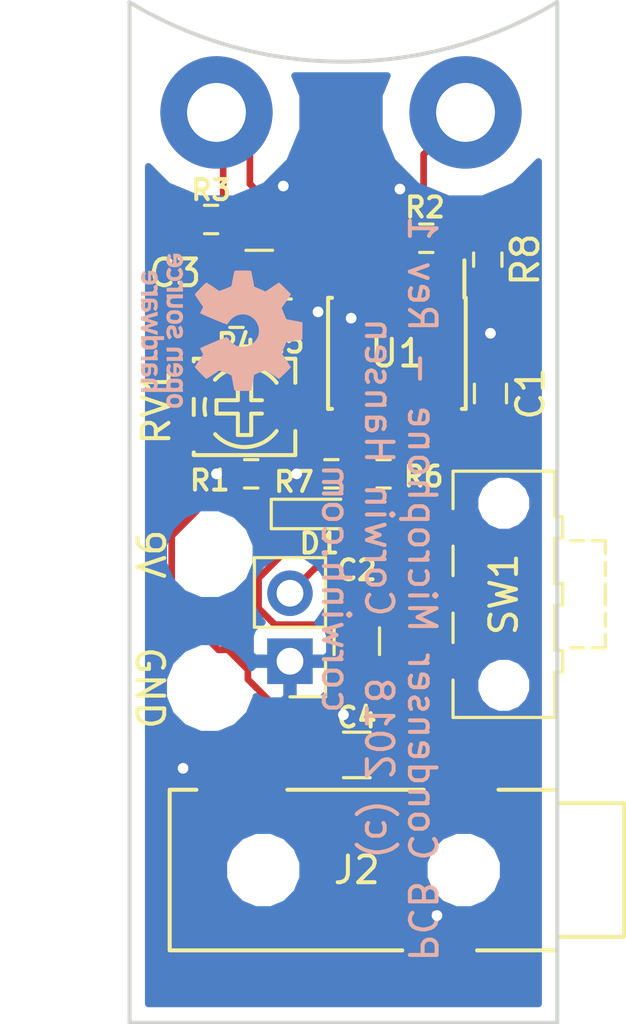
<source format=kicad_pcb>
(kicad_pcb (version 20171130) (host pcbnew "(5.0-dev-4115-gdd04bcb)")

  (general
    (thickness 1.6)
    (drawings 7)
    (tracks 128)
    (zones 0)
    (modules 22)
    (nets 14)
  )

  (page A4)
  (title_block
    (title "PCB Condenser Microphone")
    (date 2018-03-13)
    (rev 1)
  )

  (layers
    (0 F.Cu signal)
    (31 B.Cu signal)
    (32 B.Adhes user)
    (33 F.Adhes user)
    (34 B.Paste user)
    (35 F.Paste user)
    (36 B.SilkS user)
    (37 F.SilkS user)
    (38 B.Mask user)
    (39 F.Mask user)
    (40 Dwgs.User user)
    (41 Cmts.User user)
    (42 Eco1.User user)
    (43 Eco2.User user)
    (44 Edge.Cuts user)
    (45 Margin user)
    (46 B.CrtYd user)
    (47 F.CrtYd user)
    (48 B.Fab user)
    (49 F.Fab user)
  )

  (setup
    (last_trace_width 0.25)
    (trace_clearance 0.2)
    (zone_clearance 0.508)
    (zone_45_only no)
    (trace_min 0.2)
    (segment_width 0.2)
    (edge_width 0.15)
    (via_size 0.8)
    (via_drill 0.4)
    (via_min_size 0.4)
    (via_min_drill 0.3)
    (uvia_size 0.3)
    (uvia_drill 0.1)
    (uvias_allowed no)
    (uvia_min_size 0.2)
    (uvia_min_drill 0.1)
    (pcb_text_width 0.3)
    (pcb_text_size 1.5 1.5)
    (mod_edge_width 0.15)
    (mod_text_size 1 1)
    (mod_text_width 0.15)
    (pad_size 1.524 1.524)
    (pad_drill 0.762)
    (pad_to_mask_clearance 0)
    (aux_axis_origin 0 0)
    (visible_elements FFFFFF7F)
    (pcbplotparams
      (layerselection 0x010fc_ffffffff)
      (usegerberextensions false)
      (usegerberattributes false)
      (usegerberadvancedattributes false)
      (creategerberjobfile false)
      (excludeedgelayer true)
      (linewidth 0.100000)
      (plotframeref false)
      (viasonmask false)
      (mode 1)
      (useauxorigin false)
      (hpglpennumber 1)
      (hpglpenspeed 20)
      (hpglpendiameter 15)
      (psnegative false)
      (psa4output false)
      (plotreference true)
      (plotvalue true)
      (plotinvisibletext false)
      (padsonsilk false)
      (subtractmaskfromsilk false)
      (outputformat 1)
      (mirror false)
      (drillshape 0)
      (scaleselection 1)
      (outputdirectory ../Microphone-Gerber/))
  )

  (net 0 "")
  (net 1 +9V)
  (net 2 GND)
  (net 3 "Net-(C3-Pad2)")
  (net 4 "Net-(C3-Pad1)")
  (net 5 "Net-(C4-Pad1)")
  (net 6 "Net-(C4-Pad2)")
  (net 7 "Net-(D1-Pad1)")
  (net 8 "Net-(J1-Pad2)")
  (net 9 "Net-(R2-Pad1)")
  (net 10 "Net-(R4-Pad2)")
  (net 11 "Net-(R6-Pad2)")
  (net 12 "Net-(R8-Pad1)")
  (net 13 "Net-(RV1-Pad2)")

  (net_class Default "This is the default net class."
    (clearance 0.2)
    (trace_width 0.25)
    (via_dia 0.8)
    (via_drill 0.4)
    (uvia_dia 0.3)
    (uvia_drill 0.1)
    (add_net +9V)
    (add_net GND)
    (add_net "Net-(C3-Pad1)")
    (add_net "Net-(C3-Pad2)")
    (add_net "Net-(C4-Pad1)")
    (add_net "Net-(C4-Pad2)")
    (add_net "Net-(D1-Pad1)")
    (add_net "Net-(J1-Pad2)")
    (add_net "Net-(R2-Pad1)")
    (add_net "Net-(R4-Pad2)")
    (add_net "Net-(R6-Pad2)")
    (add_net "Net-(R8-Pad1)")
    (add_net "Net-(RV1-Pad2)")
  )

  (module Resistors_SMD:R_0402 (layer F.Cu) (tedit 5AA84BC3) (tstamp 5AA96F43)
    (at 122 58.5)
    (descr "Resistor SMD 0402, reflow soldering, Vishay (see dcrcw.pdf)")
    (tags "resistor 0402")
    (path /5AA83723)
    (attr smd)
    (fp_text reference R4 (at 0 1.15) (layer F.SilkS)
      (effects (font (size 0.75 0.75) (thickness 0.15)))
    )
    (fp_text value 10k (at 0 1.45) (layer F.Fab)
      (effects (font (size 1 1) (thickness 0.15)))
    )
    (fp_line (start 0.8 0.45) (end -0.8 0.45) (layer F.CrtYd) (width 0.05))
    (fp_line (start 0.8 0.45) (end 0.8 -0.45) (layer F.CrtYd) (width 0.05))
    (fp_line (start -0.8 -0.45) (end -0.8 0.45) (layer F.CrtYd) (width 0.05))
    (fp_line (start -0.8 -0.45) (end 0.8 -0.45) (layer F.CrtYd) (width 0.05))
    (fp_line (start -0.25 0.53) (end 0.25 0.53) (layer F.SilkS) (width 0.12))
    (fp_line (start 0.25 -0.53) (end -0.25 -0.53) (layer F.SilkS) (width 0.12))
    (fp_line (start -0.5 -0.25) (end 0.5 -0.25) (layer F.Fab) (width 0.1))
    (fp_line (start 0.5 -0.25) (end 0.5 0.25) (layer F.Fab) (width 0.1))
    (fp_line (start 0.5 0.25) (end -0.5 0.25) (layer F.Fab) (width 0.1))
    (fp_line (start -0.5 0.25) (end -0.5 -0.25) (layer F.Fab) (width 0.1))
    (fp_text user %R (at 0 -1.35) (layer F.Fab)
      (effects (font (size 1 1) (thickness 0.15)))
    )
    (pad 2 smd rect (at 0.45 0) (size 0.4 0.6) (layers F.Cu F.Paste F.Mask)
      (net 10 "Net-(R4-Pad2)"))
    (pad 1 smd rect (at -0.45 0) (size 0.4 0.6) (layers F.Cu F.Paste F.Mask)
      (net 1 +9V))
    (model ${KISYS3DMOD}/Resistors_SMD.3dshapes/R_0402.wrl
      (at (xyz 0 0 0))
      (scale (xyz 1 1 1))
      (rotate (xyz 0 0 0))
    )
  )

  (module Resistors_SMD:R_0402 (layer F.Cu) (tedit 5AA84BD6) (tstamp 5AA953D7)
    (at 123.8 58.5)
    (descr "Resistor SMD 0402, reflow soldering, Vishay (see dcrcw.pdf)")
    (tags "resistor 0402")
    (path /5AA837B4)
    (attr smd)
    (fp_text reference R5 (at 0 1.1) (layer F.SilkS)
      (effects (font (size 0.75 0.75) (thickness 0.15)))
    )
    (fp_text value 10k (at 0 1.45) (layer F.Fab)
      (effects (font (size 1 1) (thickness 0.15)))
    )
    (fp_text user %R (at 0 -1.35) (layer F.Fab)
      (effects (font (size 1 1) (thickness 0.15)))
    )
    (fp_line (start -0.5 0.25) (end -0.5 -0.25) (layer F.Fab) (width 0.1))
    (fp_line (start 0.5 0.25) (end -0.5 0.25) (layer F.Fab) (width 0.1))
    (fp_line (start 0.5 -0.25) (end 0.5 0.25) (layer F.Fab) (width 0.1))
    (fp_line (start -0.5 -0.25) (end 0.5 -0.25) (layer F.Fab) (width 0.1))
    (fp_line (start 0.25 -0.53) (end -0.25 -0.53) (layer F.SilkS) (width 0.12))
    (fp_line (start -0.25 0.53) (end 0.25 0.53) (layer F.SilkS) (width 0.12))
    (fp_line (start -0.8 -0.45) (end 0.8 -0.45) (layer F.CrtYd) (width 0.05))
    (fp_line (start -0.8 -0.45) (end -0.8 0.45) (layer F.CrtYd) (width 0.05))
    (fp_line (start 0.8 0.45) (end 0.8 -0.45) (layer F.CrtYd) (width 0.05))
    (fp_line (start 0.8 0.45) (end -0.8 0.45) (layer F.CrtYd) (width 0.05))
    (pad 1 smd rect (at -0.45 0) (size 0.4 0.6) (layers F.Cu F.Paste F.Mask)
      (net 10 "Net-(R4-Pad2)"))
    (pad 2 smd rect (at 0.45 0) (size 0.4 0.6) (layers F.Cu F.Paste F.Mask)
      (net 2 GND))
    (model ${KISYS3DMOD}/Resistors_SMD.3dshapes/R_0402.wrl
      (at (xyz 0 0 0))
      (scale (xyz 1 1 1))
      (rotate (xyz 0 0 0))
    )
  )

  (module Capacitors_SMD:C_0603_HandSoldering (layer F.Cu) (tedit 58AA848B) (tstamp 5AA96E5A)
    (at 131.5 61.5 270)
    (descr "Capacitor SMD 0603, hand soldering")
    (tags "capacitor 0603")
    (path /5AA8CA57)
    (attr smd)
    (fp_text reference C1 (at 0 -1.5 270) (layer F.SilkS)
      (effects (font (size 1 1) (thickness 0.15)))
    )
    (fp_text value 0.47uF (at 0 1.5 270) (layer F.Fab)
      (effects (font (size 1 1) (thickness 0.15)))
    )
    (fp_line (start 1.8 0.65) (end -1.8 0.65) (layer F.CrtYd) (width 0.05))
    (fp_line (start 1.8 0.65) (end 1.8 -0.65) (layer F.CrtYd) (width 0.05))
    (fp_line (start -1.8 -0.65) (end -1.8 0.65) (layer F.CrtYd) (width 0.05))
    (fp_line (start -1.8 -0.65) (end 1.8 -0.65) (layer F.CrtYd) (width 0.05))
    (fp_line (start 0.35 0.6) (end -0.35 0.6) (layer F.SilkS) (width 0.12))
    (fp_line (start -0.35 -0.6) (end 0.35 -0.6) (layer F.SilkS) (width 0.12))
    (fp_line (start -0.8 -0.4) (end 0.8 -0.4) (layer F.Fab) (width 0.1))
    (fp_line (start 0.8 -0.4) (end 0.8 0.4) (layer F.Fab) (width 0.1))
    (fp_line (start 0.8 0.4) (end -0.8 0.4) (layer F.Fab) (width 0.1))
    (fp_line (start -0.8 0.4) (end -0.8 -0.4) (layer F.Fab) (width 0.1))
    (fp_text user %R (at 0 -1.25 270) (layer F.Fab)
      (effects (font (size 1 1) (thickness 0.15)))
    )
    (pad 2 smd rect (at 0.95 0 270) (size 1.2 0.75) (layers F.Cu F.Paste F.Mask)
      (net 1 +9V))
    (pad 1 smd rect (at -0.95 0 270) (size 1.2 0.75) (layers F.Cu F.Paste F.Mask)
      (net 2 GND))
    (model Capacitors_SMD.3dshapes/C_0603.wrl
      (at (xyz 0 0 0))
      (scale (xyz 1 1 1))
      (rotate (xyz 0 0 0))
    )
  )

  (module Capacitors_SMD:C_0805_HandSoldering (layer F.Cu) (tedit 5AA84B21) (tstamp 5AA96E6B)
    (at 126.5 70.75 90)
    (descr "Capacitor SMD 0805, hand soldering")
    (tags "capacitor 0805")
    (path /5AA7A941)
    (attr smd)
    (fp_text reference C2 (at 2.65 0 180) (layer F.SilkS)
      (effects (font (size 0.75 0.75) (thickness 0.15)))
    )
    (fp_text value 10uF (at 0 1.75 90) (layer F.Fab)
      (effects (font (size 1 1) (thickness 0.15)))
    )
    (fp_line (start 2.25 0.87) (end -2.25 0.87) (layer F.CrtYd) (width 0.05))
    (fp_line (start 2.25 0.87) (end 2.25 -0.88) (layer F.CrtYd) (width 0.05))
    (fp_line (start -2.25 -0.88) (end -2.25 0.87) (layer F.CrtYd) (width 0.05))
    (fp_line (start -2.25 -0.88) (end 2.25 -0.88) (layer F.CrtYd) (width 0.05))
    (fp_line (start -0.5 0.85) (end 0.5 0.85) (layer F.SilkS) (width 0.12))
    (fp_line (start 0.5 -0.85) (end -0.5 -0.85) (layer F.SilkS) (width 0.12))
    (fp_line (start -1 -0.62) (end 1 -0.62) (layer F.Fab) (width 0.1))
    (fp_line (start 1 -0.62) (end 1 0.62) (layer F.Fab) (width 0.1))
    (fp_line (start 1 0.62) (end -1 0.62) (layer F.Fab) (width 0.1))
    (fp_line (start -1 0.62) (end -1 -0.62) (layer F.Fab) (width 0.1))
    (fp_text user %R (at 0 -1.75 90) (layer F.Fab)
      (effects (font (size 1 1) (thickness 0.15)))
    )
    (pad 2 smd rect (at 1.25 0 90) (size 1.5 1.25) (layers F.Cu F.Paste F.Mask)
      (net 1 +9V))
    (pad 1 smd rect (at -1.25 0 90) (size 1.5 1.25) (layers F.Cu F.Paste F.Mask)
      (net 2 GND))
    (model Capacitors_SMD.3dshapes/C_0805.wrl
      (at (xyz 0 0 0))
      (scale (xyz 1 1 1))
      (rotate (xyz 0 0 0))
    )
  )

  (module Capacitors_SMD:C_0805_HandSoldering (layer F.Cu) (tedit 5AA84BA8) (tstamp 5AA96E7C)
    (at 122.85 57 180)
    (descr "Capacitor SMD 0805, hand soldering")
    (tags "capacitor 0805")
    (path /5AA7A11B)
    (attr smd)
    (fp_text reference C3 (at 3.15 0 180) (layer F.SilkS)
      (effects (font (size 1 1) (thickness 0.15)))
    )
    (fp_text value 10uF (at 0 1.75 180) (layer F.Fab)
      (effects (font (size 1 1) (thickness 0.15)))
    )
    (fp_line (start 2.25 0.87) (end -2.25 0.87) (layer F.CrtYd) (width 0.05))
    (fp_line (start 2.25 0.87) (end 2.25 -0.88) (layer F.CrtYd) (width 0.05))
    (fp_line (start -2.25 -0.88) (end -2.25 0.87) (layer F.CrtYd) (width 0.05))
    (fp_line (start -2.25 -0.88) (end 2.25 -0.88) (layer F.CrtYd) (width 0.05))
    (fp_line (start -0.5 0.85) (end 0.5 0.85) (layer F.SilkS) (width 0.12))
    (fp_line (start 0.5 -0.85) (end -0.5 -0.85) (layer F.SilkS) (width 0.12))
    (fp_line (start -1 -0.62) (end 1 -0.62) (layer F.Fab) (width 0.1))
    (fp_line (start 1 -0.62) (end 1 0.62) (layer F.Fab) (width 0.1))
    (fp_line (start 1 0.62) (end -1 0.62) (layer F.Fab) (width 0.1))
    (fp_line (start -1 0.62) (end -1 -0.62) (layer F.Fab) (width 0.1))
    (fp_text user %R (at 0 -1.75 180) (layer F.Fab)
      (effects (font (size 1 1) (thickness 0.15)))
    )
    (pad 2 smd rect (at 1.25 0 180) (size 1.5 1.25) (layers F.Cu F.Paste F.Mask)
      (net 3 "Net-(C3-Pad2)"))
    (pad 1 smd rect (at -1.25 0 180) (size 1.5 1.25) (layers F.Cu F.Paste F.Mask)
      (net 4 "Net-(C3-Pad1)"))
    (model Capacitors_SMD.3dshapes/C_0805.wrl
      (at (xyz 0 0 0))
      (scale (xyz 1 1 1))
      (rotate (xyz 0 0 0))
    )
  )

  (module Capacitors_SMD:C_0805_HandSoldering (layer F.Cu) (tedit 5AA8494A) (tstamp 5AA96E8D)
    (at 126.5 75 180)
    (descr "Capacitor SMD 0805, hand soldering")
    (tags "capacitor 0805")
    (path /5AA7A7A1)
    (attr smd)
    (fp_text reference C4 (at 0 1.4 180) (layer F.SilkS)
      (effects (font (size 0.75 0.75) (thickness 0.15)))
    )
    (fp_text value 10uF (at 0 1.75 180) (layer F.Fab)
      (effects (font (size 1 1) (thickness 0.15)))
    )
    (fp_text user %R (at 0 -1.75 180) (layer F.Fab)
      (effects (font (size 1 1) (thickness 0.15)))
    )
    (fp_line (start -1 0.62) (end -1 -0.62) (layer F.Fab) (width 0.1))
    (fp_line (start 1 0.62) (end -1 0.62) (layer F.Fab) (width 0.1))
    (fp_line (start 1 -0.62) (end 1 0.62) (layer F.Fab) (width 0.1))
    (fp_line (start -1 -0.62) (end 1 -0.62) (layer F.Fab) (width 0.1))
    (fp_line (start 0.5 -0.85) (end -0.5 -0.85) (layer F.SilkS) (width 0.12))
    (fp_line (start -0.5 0.85) (end 0.5 0.85) (layer F.SilkS) (width 0.12))
    (fp_line (start -2.25 -0.88) (end 2.25 -0.88) (layer F.CrtYd) (width 0.05))
    (fp_line (start -2.25 -0.88) (end -2.25 0.87) (layer F.CrtYd) (width 0.05))
    (fp_line (start 2.25 0.87) (end 2.25 -0.88) (layer F.CrtYd) (width 0.05))
    (fp_line (start 2.25 0.87) (end -2.25 0.87) (layer F.CrtYd) (width 0.05))
    (pad 1 smd rect (at -1.25 0 180) (size 1.5 1.25) (layers F.Cu F.Paste F.Mask)
      (net 5 "Net-(C4-Pad1)"))
    (pad 2 smd rect (at 1.25 0 180) (size 1.5 1.25) (layers F.Cu F.Paste F.Mask)
      (net 6 "Net-(C4-Pad2)"))
    (model Capacitors_SMD.3dshapes/C_0805.wrl
      (at (xyz 0 0 0))
      (scale (xyz 1 1 1))
      (rotate (xyz 0 0 0))
    )
  )

  (module LEDs:LED_0603_HandSoldering (layer F.Cu) (tedit 5AA84AC2) (tstamp 5AA96EA2)
    (at 125.1 66)
    (descr "LED SMD 0603, hand soldering")
    (tags "LED 0603")
    (path /5AA7AE30)
    (attr smd)
    (fp_text reference D1 (at 0 1.1) (layer F.SilkS)
      (effects (font (size 0.75 0.75) (thickness 0.15)))
    )
    (fp_text value LED (at 0 1.55) (layer F.Fab)
      (effects (font (size 1 1) (thickness 0.15)))
    )
    (fp_line (start -0.8 -0.4) (end -0.8 0.4) (layer F.Fab) (width 0.1))
    (fp_line (start 1.95 0.7) (end -1.96 0.7) (layer F.CrtYd) (width 0.05))
    (fp_line (start 1.95 0.7) (end 1.95 -0.7) (layer F.CrtYd) (width 0.05))
    (fp_line (start -1.96 -0.7) (end -1.96 0.7) (layer F.CrtYd) (width 0.05))
    (fp_line (start -1.96 -0.7) (end 1.95 -0.7) (layer F.CrtYd) (width 0.05))
    (fp_line (start -1.8 -0.55) (end 0.8 -0.55) (layer F.SilkS) (width 0.12))
    (fp_line (start -1.8 0.55) (end 0.8 0.55) (layer F.SilkS) (width 0.12))
    (fp_line (start -0.8 -0.4) (end 0.8 -0.4) (layer F.Fab) (width 0.1))
    (fp_line (start 0.8 -0.4) (end 0.8 0.4) (layer F.Fab) (width 0.1))
    (fp_line (start 0.8 0.4) (end -0.8 0.4) (layer F.Fab) (width 0.1))
    (fp_line (start 0.15 -0.2) (end 0.15 0.2) (layer F.Fab) (width 0.1))
    (fp_line (start 0.15 0.2) (end -0.15 0) (layer F.Fab) (width 0.1))
    (fp_line (start -0.15 0) (end 0.15 -0.2) (layer F.Fab) (width 0.1))
    (fp_line (start -0.2 -0.2) (end -0.2 0.2) (layer F.Fab) (width 0.1))
    (fp_line (start -1.8 -0.55) (end -1.8 0.55) (layer F.SilkS) (width 0.12))
    (pad 2 smd rect (at 1.1 0) (size 1.2 0.9) (layers F.Cu F.Paste F.Mask)
      (net 1 +9V))
    (pad 1 smd rect (at -1.1 0) (size 1.2 0.9) (layers F.Cu F.Paste F.Mask)
      (net 7 "Net-(D1-Pad1)"))
    (model ${KISYS3DMOD}/LEDs.3dshapes/LED_0603.wrl
      (at (xyz 0 0 0))
      (scale (xyz 1 1 1))
      (rotate (xyz 0 0 180))
    )
  )

  (module PCB-Condenser-Microphone:SJ-3523-SMT-TR (layer F.Cu) (tedit 5AA49107) (tstamp 5AA887A3)
    (at 126.5 79.3 270)
    (path /5AA8FEE3)
    (fp_text reference J2 (at 0 0) (layer F.SilkS)
      (effects (font (size 1 1) (thickness 0.15)))
    )
    (fp_text value SJ-3523-SMT (at 0 12.5 270) (layer F.Fab)
      (effects (font (size 1 1) (thickness 0.15)))
    )
    (fp_line (start -3 2.6) (end -3 -2.5) (layer F.SilkS) (width 0.15))
    (fp_line (start -3 7) (end -3 6) (layer F.SilkS) (width 0.15))
    (fp_line (start -3 -7.5) (end -3 -5.3) (layer F.SilkS) (width 0.15))
    (fp_line (start 3 7) (end 3 -1.7) (layer F.SilkS) (width 0.15))
    (fp_line (start 3 -7.5) (end 3 -4.5) (layer F.SilkS) (width 0.15))
    (fp_line (start 2.5 -10) (end 2.5 -7.5) (layer F.SilkS) (width 0.15))
    (fp_line (start -2.5 -10) (end 2.5 -10) (layer F.SilkS) (width 0.15))
    (fp_line (start -3 -7.5) (end 3 -7.5) (layer F.SilkS) (width 0.15))
    (fp_line (start -2.5 -7.5) (end -2.5 -10) (layer F.SilkS) (width 0.15))
    (fp_line (start -3 7) (end 3 7) (layer F.SilkS) (width 0.15))
    (pad "" np_thru_hole circle (at 0 3.5 270) (size 1.7 1.7) (drill 1.7) (layers *.Cu *.Mask))
    (pad "" np_thru_hole circle (at 0 -4 270) (size 1.7 1.7) (drill 1.7) (layers *.Cu *.Mask))
    (pad 1 smd rect (at 3.7 -3.1) (size 2.2 2.8) (layers F.Cu F.Paste F.Mask)
      (net 2 GND))
    (pad 3 smd rect (at -3.7 4.3 270) (size 2.8 2.8) (layers F.Cu F.Paste F.Mask)
      (net 2 GND))
    (pad 2 smd rect (at -3.7 -3.9) (size 2.2 2.8) (layers F.Cu F.Paste F.Mask)
      (net 5 "Net-(C4-Pad1)"))
  )

  (module Mounting_Holes:MountingHole_2.2mm_M2 (layer F.Cu) (tedit 5AA84A35) (tstamp 5AA87E88)
    (at 121 67.5)
    (descr "Mounting Hole 2.2mm, no annular, M2")
    (tags "mounting hole 2.2mm no annular m2")
    (path /5AA91E10)
    (attr virtual)
    (fp_text reference MT1 (at 0 -3.2) (layer F.SilkS) hide
      (effects (font (size 1 1) (thickness 0.15)))
    )
    (fp_text value "Strain Relief" (at 0 3.2) (layer F.Fab)
      (effects (font (size 1 1) (thickness 0.15)))
    )
    (fp_text user %R (at 0.3 0) (layer F.Fab)
      (effects (font (size 1 1) (thickness 0.15)))
    )
    (fp_circle (center 0 0) (end 2.2 0) (layer Cmts.User) (width 0.15))
    (fp_circle (center 0 0) (end 2.45 0) (layer F.CrtYd) (width 0.05))
    (pad 1 np_thru_hole circle (at 0 0) (size 2.2 2.2) (drill 2.2) (layers *.Cu *.Mask))
  )

  (module Mounting_Holes:MountingHole_2.2mm_M2 (layer F.Cu) (tedit 5AA84966) (tstamp 5AA88D3D)
    (at 121 72.5)
    (descr "Mounting Hole 2.2mm, no annular, M2")
    (tags "mounting hole 2.2mm no annular m2")
    (path /5AA9207A)
    (attr virtual)
    (fp_text reference MT2 (at 0 -3.2) (layer F.SilkS) hide
      (effects (font (size 1 1) (thickness 0.15)))
    )
    (fp_text value "Strain Relief" (at 0 3.2) (layer F.Fab)
      (effects (font (size 1 1) (thickness 0.15)))
    )
    (fp_text user %R (at 0.3 0) (layer F.Fab)
      (effects (font (size 1 1) (thickness 0.15)))
    )
    (fp_circle (center 0 0) (end 2.2 0) (layer Cmts.User) (width 0.15))
    (fp_circle (center 0 0) (end 2.45 0) (layer F.CrtYd) (width 0.05))
    (pad 1 np_thru_hole circle (at 0 0) (size 2.2 2.2) (drill 2.2) (layers *.Cu *.Mask))
  )

  (module Resistors_SMD:R_0402 (layer F.Cu) (tedit 5AA84AB7) (tstamp 5AA96F10)
    (at 122.55 64.5 180)
    (descr "Resistor SMD 0402, reflow soldering, Vishay (see dcrcw.pdf)")
    (tags "resistor 0402")
    (path /5AA7B2D1)
    (attr smd)
    (fp_text reference R1 (at 1.55 -0.25 180) (layer F.SilkS)
      (effects (font (size 0.75 0.75) (thickness 0.15)))
    )
    (fp_text value 1k (at 0 1.45 180) (layer F.Fab)
      (effects (font (size 1 1) (thickness 0.15)))
    )
    (fp_text user %R (at 0 -1.35 180) (layer F.Fab)
      (effects (font (size 1 1) (thickness 0.15)))
    )
    (fp_line (start -0.5 0.25) (end -0.5 -0.25) (layer F.Fab) (width 0.1))
    (fp_line (start 0.5 0.25) (end -0.5 0.25) (layer F.Fab) (width 0.1))
    (fp_line (start 0.5 -0.25) (end 0.5 0.25) (layer F.Fab) (width 0.1))
    (fp_line (start -0.5 -0.25) (end 0.5 -0.25) (layer F.Fab) (width 0.1))
    (fp_line (start 0.25 -0.53) (end -0.25 -0.53) (layer F.SilkS) (width 0.12))
    (fp_line (start -0.25 0.53) (end 0.25 0.53) (layer F.SilkS) (width 0.12))
    (fp_line (start -0.8 -0.45) (end 0.8 -0.45) (layer F.CrtYd) (width 0.05))
    (fp_line (start -0.8 -0.45) (end -0.8 0.45) (layer F.CrtYd) (width 0.05))
    (fp_line (start 0.8 0.45) (end 0.8 -0.45) (layer F.CrtYd) (width 0.05))
    (fp_line (start 0.8 0.45) (end -0.8 0.45) (layer F.CrtYd) (width 0.05))
    (pad 1 smd rect (at -0.45 0 180) (size 0.4 0.6) (layers F.Cu F.Paste F.Mask)
      (net 7 "Net-(D1-Pad1)"))
    (pad 2 smd rect (at 0.45 0 180) (size 0.4 0.6) (layers F.Cu F.Paste F.Mask)
      (net 2 GND))
    (model ${KISYS3DMOD}/Resistors_SMD.3dshapes/R_0402.wrl
      (at (xyz 0 0 0))
      (scale (xyz 1 1 1))
      (rotate (xyz 0 0 0))
    )
  )

  (module Resistors_SMD:R_0402 (layer F.Cu) (tedit 5AA84B7F) (tstamp 5AA96F21)
    (at 129.1 55.7 180)
    (descr "Resistor SMD 0402, reflow soldering, Vishay (see dcrcw.pdf)")
    (tags "resistor 0402")
    (path /5AA8402D)
    (attr smd)
    (fp_text reference R2 (at 0.05 1.15 180) (layer F.SilkS)
      (effects (font (size 0.75 0.75) (thickness 0.15)))
    )
    (fp_text value 1k (at 0 1.45 180) (layer F.Fab)
      (effects (font (size 1 1) (thickness 0.15)))
    )
    (fp_line (start 0.8 0.45) (end -0.8 0.45) (layer F.CrtYd) (width 0.05))
    (fp_line (start 0.8 0.45) (end 0.8 -0.45) (layer F.CrtYd) (width 0.05))
    (fp_line (start -0.8 -0.45) (end -0.8 0.45) (layer F.CrtYd) (width 0.05))
    (fp_line (start -0.8 -0.45) (end 0.8 -0.45) (layer F.CrtYd) (width 0.05))
    (fp_line (start -0.25 0.53) (end 0.25 0.53) (layer F.SilkS) (width 0.12))
    (fp_line (start 0.25 -0.53) (end -0.25 -0.53) (layer F.SilkS) (width 0.12))
    (fp_line (start -0.5 -0.25) (end 0.5 -0.25) (layer F.Fab) (width 0.1))
    (fp_line (start 0.5 -0.25) (end 0.5 0.25) (layer F.Fab) (width 0.1))
    (fp_line (start 0.5 0.25) (end -0.5 0.25) (layer F.Fab) (width 0.1))
    (fp_line (start -0.5 0.25) (end -0.5 -0.25) (layer F.Fab) (width 0.1))
    (fp_text user %R (at 0 -1.35 180) (layer F.Fab)
      (effects (font (size 1 1) (thickness 0.15)))
    )
    (pad 2 smd rect (at 0.45 0 180) (size 0.4 0.6) (layers F.Cu F.Paste F.Mask)
      (net 4 "Net-(C3-Pad1)"))
    (pad 1 smd rect (at -0.45 0 180) (size 0.4 0.6) (layers F.Cu F.Paste F.Mask)
      (net 9 "Net-(R2-Pad1)"))
    (model ${KISYS3DMOD}/Resistors_SMD.3dshapes/R_0402.wrl
      (at (xyz 0 0 0))
      (scale (xyz 1 1 1))
      (rotate (xyz 0 0 0))
    )
  )

  (module Resistors_SMD:R_0402 (layer F.Cu) (tedit 5AA84A4C) (tstamp 5AA8898B)
    (at 121.05 55)
    (descr "Resistor SMD 0402, reflow soldering, Vishay (see dcrcw.pdf)")
    (tags "resistor 0402")
    (path /5AA7A003)
    (attr smd)
    (fp_text reference R3 (at 0 -1.1) (layer F.SilkS)
      (effects (font (size 0.75 0.75) (thickness 0.15)))
    )
    (fp_text value 10k (at 0 1.45) (layer F.Fab)
      (effects (font (size 1 1) (thickness 0.15)))
    )
    (fp_line (start 0.8 0.45) (end -0.8 0.45) (layer F.CrtYd) (width 0.05))
    (fp_line (start 0.8 0.45) (end 0.8 -0.45) (layer F.CrtYd) (width 0.05))
    (fp_line (start -0.8 -0.45) (end -0.8 0.45) (layer F.CrtYd) (width 0.05))
    (fp_line (start -0.8 -0.45) (end 0.8 -0.45) (layer F.CrtYd) (width 0.05))
    (fp_line (start -0.25 0.53) (end 0.25 0.53) (layer F.SilkS) (width 0.12))
    (fp_line (start 0.25 -0.53) (end -0.25 -0.53) (layer F.SilkS) (width 0.12))
    (fp_line (start -0.5 -0.25) (end 0.5 -0.25) (layer F.Fab) (width 0.1))
    (fp_line (start 0.5 -0.25) (end 0.5 0.25) (layer F.Fab) (width 0.1))
    (fp_line (start 0.5 0.25) (end -0.5 0.25) (layer F.Fab) (width 0.1))
    (fp_line (start -0.5 0.25) (end -0.5 -0.25) (layer F.Fab) (width 0.1))
    (fp_text user %R (at 0 -1.35) (layer F.Fab)
      (effects (font (size 1 1) (thickness 0.15)))
    )
    (pad 2 smd rect (at 0.45 0) (size 0.4 0.6) (layers F.Cu F.Paste F.Mask)
      (net 3 "Net-(C3-Pad2)"))
    (pad 1 smd rect (at -0.45 0) (size 0.4 0.6) (layers F.Cu F.Paste F.Mask)
      (net 1 +9V))
    (model ${KISYS3DMOD}/Resistors_SMD.3dshapes/R_0402.wrl
      (at (xyz 0 0 0))
      (scale (xyz 1 1 1))
      (rotate (xyz 0 0 0))
    )
  )

  (module Resistors_SMD:R_0402 (layer F.Cu) (tedit 5AA84B32) (tstamp 5AA96F65)
    (at 127.5 64.5 180)
    (descr "Resistor SMD 0402, reflow soldering, Vishay (see dcrcw.pdf)")
    (tags "resistor 0402")
    (path /5AA88985)
    (attr smd)
    (fp_text reference R6 (at -1.5 -0.1 180) (layer F.SilkS)
      (effects (font (size 0.75 0.75) (thickness 0.15)))
    )
    (fp_text value 10k (at 0 1.45 180) (layer F.Fab)
      (effects (font (size 1 1) (thickness 0.15)))
    )
    (fp_line (start 0.8 0.45) (end -0.8 0.45) (layer F.CrtYd) (width 0.05))
    (fp_line (start 0.8 0.45) (end 0.8 -0.45) (layer F.CrtYd) (width 0.05))
    (fp_line (start -0.8 -0.45) (end -0.8 0.45) (layer F.CrtYd) (width 0.05))
    (fp_line (start -0.8 -0.45) (end 0.8 -0.45) (layer F.CrtYd) (width 0.05))
    (fp_line (start -0.25 0.53) (end 0.25 0.53) (layer F.SilkS) (width 0.12))
    (fp_line (start 0.25 -0.53) (end -0.25 -0.53) (layer F.SilkS) (width 0.12))
    (fp_line (start -0.5 -0.25) (end 0.5 -0.25) (layer F.Fab) (width 0.1))
    (fp_line (start 0.5 -0.25) (end 0.5 0.25) (layer F.Fab) (width 0.1))
    (fp_line (start 0.5 0.25) (end -0.5 0.25) (layer F.Fab) (width 0.1))
    (fp_line (start -0.5 0.25) (end -0.5 -0.25) (layer F.Fab) (width 0.1))
    (fp_text user %R (at 0 -1.35 180) (layer F.Fab)
      (effects (font (size 1 1) (thickness 0.15)))
    )
    (pad 2 smd rect (at 0.45 0 180) (size 0.4 0.6) (layers F.Cu F.Paste F.Mask)
      (net 11 "Net-(R6-Pad2)"))
    (pad 1 smd rect (at -0.45 0 180) (size 0.4 0.6) (layers F.Cu F.Paste F.Mask)
      (net 1 +9V))
    (model ${KISYS3DMOD}/Resistors_SMD.3dshapes/R_0402.wrl
      (at (xyz 0 0 0))
      (scale (xyz 1 1 1))
      (rotate (xyz 0 0 0))
    )
  )

  (module Resistors_SMD:R_0402 (layer F.Cu) (tedit 5AA84AEE) (tstamp 5AA96F76)
    (at 125.55 64.5 180)
    (descr "Resistor SMD 0402, reflow soldering, Vishay (see dcrcw.pdf)")
    (tags "resistor 0402")
    (path /5AA889D7)
    (attr smd)
    (fp_text reference R7 (at 1.4 -0.3 180) (layer F.SilkS)
      (effects (font (size 0.75 0.75) (thickness 0.15)))
    )
    (fp_text value 10k (at 0 1.45 180) (layer F.Fab)
      (effects (font (size 1 1) (thickness 0.15)))
    )
    (fp_text user %R (at 0 -1.35 180) (layer F.Fab)
      (effects (font (size 1 1) (thickness 0.15)))
    )
    (fp_line (start -0.5 0.25) (end -0.5 -0.25) (layer F.Fab) (width 0.1))
    (fp_line (start 0.5 0.25) (end -0.5 0.25) (layer F.Fab) (width 0.1))
    (fp_line (start 0.5 -0.25) (end 0.5 0.25) (layer F.Fab) (width 0.1))
    (fp_line (start -0.5 -0.25) (end 0.5 -0.25) (layer F.Fab) (width 0.1))
    (fp_line (start 0.25 -0.53) (end -0.25 -0.53) (layer F.SilkS) (width 0.12))
    (fp_line (start -0.25 0.53) (end 0.25 0.53) (layer F.SilkS) (width 0.12))
    (fp_line (start -0.8 -0.45) (end 0.8 -0.45) (layer F.CrtYd) (width 0.05))
    (fp_line (start -0.8 -0.45) (end -0.8 0.45) (layer F.CrtYd) (width 0.05))
    (fp_line (start 0.8 0.45) (end 0.8 -0.45) (layer F.CrtYd) (width 0.05))
    (fp_line (start 0.8 0.45) (end -0.8 0.45) (layer F.CrtYd) (width 0.05))
    (pad 1 smd rect (at -0.45 0 180) (size 0.4 0.6) (layers F.Cu F.Paste F.Mask)
      (net 11 "Net-(R6-Pad2)"))
    (pad 2 smd rect (at 0.45 0 180) (size 0.4 0.6) (layers F.Cu F.Paste F.Mask)
      (net 2 GND))
    (model ${KISYS3DMOD}/Resistors_SMD.3dshapes/R_0402.wrl
      (at (xyz 0 0 0))
      (scale (xyz 1 1 1))
      (rotate (xyz 0 0 0))
    )
  )

  (module Resistors_SMD:R_0402 (layer F.Cu) (tedit 58E0A804) (tstamp 5AA96F87)
    (at 131.4 56.5 90)
    (descr "Resistor SMD 0402, reflow soldering, Vishay (see dcrcw.pdf)")
    (tags "resistor 0402")
    (path /5AA852B6)
    (attr smd)
    (fp_text reference R8 (at 0 1.4 90) (layer F.SilkS)
      (effects (font (size 1 1) (thickness 0.15)))
    )
    (fp_text value 100k (at 0 1.45 90) (layer F.Fab)
      (effects (font (size 1 1) (thickness 0.15)))
    )
    (fp_text user %R (at 0 -1.35 90) (layer F.Fab)
      (effects (font (size 1 1) (thickness 0.15)))
    )
    (fp_line (start -0.5 0.25) (end -0.5 -0.25) (layer F.Fab) (width 0.1))
    (fp_line (start 0.5 0.25) (end -0.5 0.25) (layer F.Fab) (width 0.1))
    (fp_line (start 0.5 -0.25) (end 0.5 0.25) (layer F.Fab) (width 0.1))
    (fp_line (start -0.5 -0.25) (end 0.5 -0.25) (layer F.Fab) (width 0.1))
    (fp_line (start 0.25 -0.53) (end -0.25 -0.53) (layer F.SilkS) (width 0.12))
    (fp_line (start -0.25 0.53) (end 0.25 0.53) (layer F.SilkS) (width 0.12))
    (fp_line (start -0.8 -0.45) (end 0.8 -0.45) (layer F.CrtYd) (width 0.05))
    (fp_line (start -0.8 -0.45) (end -0.8 0.45) (layer F.CrtYd) (width 0.05))
    (fp_line (start 0.8 0.45) (end 0.8 -0.45) (layer F.CrtYd) (width 0.05))
    (fp_line (start 0.8 0.45) (end -0.8 0.45) (layer F.CrtYd) (width 0.05))
    (pad 1 smd rect (at -0.45 0 90) (size 0.4 0.6) (layers F.Cu F.Paste F.Mask)
      (net 12 "Net-(R8-Pad1)"))
    (pad 2 smd rect (at 0.45 0 90) (size 0.4 0.6) (layers F.Cu F.Paste F.Mask)
      (net 9 "Net-(R2-Pad1)"))
    (model ${KISYS3DMOD}/Resistors_SMD.3dshapes/R_0402.wrl
      (at (xyz 0 0 0))
      (scale (xyz 1 1 1))
      (rotate (xyz 0 0 0))
    )
  )

  (module PCB-Condenser-Microphone:TC33X (layer F.Cu) (tedit 5AA836A5) (tstamp 5AA96FA3)
    (at 122.3 62 270)
    (path /5AA8621E)
    (fp_text reference RV1 (at 0 3.3 270) (layer F.SilkS)
      (effects (font (size 1 1) (thickness 0.15)))
    )
    (fp_text value 100k (at 0 3.7 270) (layer F.Fab)
      (effects (font (size 1 1) (thickness 0.15)))
    )
    (fp_line (start -1.8 -1.9) (end -1.8 1.9) (layer F.SilkS) (width 0.15))
    (fp_line (start 1.8 1.9) (end 1.8 -1.9) (layer F.SilkS) (width 0.15))
    (fp_line (start -1.8 -1.9) (end -0.9 -1.9) (layer F.SilkS) (width 0.15))
    (fp_line (start 1.8 -1.9) (end 0.9 -1.9) (layer F.SilkS) (width 0.15))
    (fp_line (start -1.8 1.9) (end -1.7 1.9) (layer F.SilkS) (width 0.15))
    (fp_line (start 1.8 1.9) (end 1.7 1.9) (layer F.SilkS) (width 0.15))
    (fp_line (start -0.3 1.9) (end 0.3 1.9) (layer F.SilkS) (width 0.15))
    (fp_arc (start 0 0) (end 1.019999 1.099999) (angle -100.3657857) (layer F.SilkS) (width 0.15))
    (fp_arc (start 0 0) (end -0.299999 1.469999) (angle -22.99857367) (layer F.SilkS) (width 0.15))
    (fp_arc (start 0 0) (end -0.9 -1.2) (angle -100.5667506) (layer F.SilkS) (width 0.15))
    (fp_line (start 0.25 -0.25) (end 1.05 -0.25) (layer F.SilkS) (width 0.15))
    (fp_line (start 1.05 -0.25) (end 1.05 0.25) (layer F.SilkS) (width 0.15))
    (fp_line (start 1.05 0.25) (end 0.25 0.25) (layer F.SilkS) (width 0.15))
    (fp_line (start 0.25 0.25) (end 0.25 1.05) (layer F.SilkS) (width 0.15))
    (fp_line (start 0.25 1.05) (end -0.25 1.05) (layer F.SilkS) (width 0.15))
    (fp_line (start -0.25 1.05) (end -0.25 0.25) (layer F.SilkS) (width 0.15))
    (fp_line (start -0.25 0.25) (end -1.05 0.25) (layer F.SilkS) (width 0.15))
    (fp_line (start -1.05 0.25) (end -1.05 -0.25) (layer F.SilkS) (width 0.15))
    (fp_line (start -1.05 -0.25) (end -0.25 -0.25) (layer F.SilkS) (width 0.15))
    (fp_line (start -0.25 -0.25) (end -0.25 -0.65) (layer F.SilkS) (width 0.15))
    (fp_line (start 0.25 -0.25) (end 0.25 -0.65) (layer F.SilkS) (width 0.15))
    (pad 2 smd rect (at 0 -1.5 270) (size 1.6 1.5) (layers F.Cu F.Paste F.Mask)
      (net 13 "Net-(RV1-Pad2)"))
    (pad 3 smd rect (at 1 1.8 270) (size 1.2 1.2) (layers F.Cu F.Paste F.Mask)
      (net 6 "Net-(C4-Pad2)"))
    (pad 1 smd rect (at -1 1.8 270) (size 1.2 1.2) (layers F.Cu F.Paste F.Mask)
      (net 12 "Net-(R8-Pad1)"))
  )

  (module Buttons_Switches_SMD:SW_SPDT_CK-JS102011SAQN (layer F.Cu) (tedit 58A50DA6) (tstamp 5AA96FFE)
    (at 132 69 90)
    (descr http://www.ckswitches.com/media/1422/js.pdf)
    (tags "switch spdt")
    (path /5AA7B7C5)
    (attr smd)
    (fp_text reference SW1 (at 0 0 90) (layer F.SilkS)
      (effects (font (size 1 1) (thickness 0.15)))
    )
    (fp_text value SW_SPDT (at 0 -2.9 90) (layer F.Fab)
      (effects (font (size 1 1) (thickness 0.15)))
    )
    (fp_line (start -4.5 -1.8) (end 4.5 -1.8) (layer F.Fab) (width 0.1))
    (fp_line (start 4.5 -1.8) (end 4.5 1.8) (layer F.Fab) (width 0.1))
    (fp_line (start 4.5 1.8) (end -4.4 1.8) (layer F.Fab) (width 0.1))
    (fp_line (start -4.4 1.8) (end -4.5 1.8) (layer F.Fab) (width 0.1))
    (fp_line (start -4.5 1.8) (end -4.5 1.8) (layer F.Fab) (width 0.1))
    (fp_line (start -4.5 -1.8) (end -4.5 1.8) (layer F.Fab) (width 0.1))
    (fp_line (start -4.5 1.8) (end -4.5 1.8) (layer F.Fab) (width 0.1))
    (fp_text user %R (at 0 0 90) (layer F.Fab)
      (effects (font (size 1 1) (thickness 0.15)))
    )
    (fp_line (start -1.5 1.8) (end -1.5 1.8) (layer F.Fab) (width 0.1))
    (fp_line (start 3.2 -1.9) (end 4.6 -1.9) (layer F.SilkS) (width 0.12))
    (fp_line (start 4.6 -1.9) (end 4.6 1.9) (layer F.SilkS) (width 0.12))
    (fp_line (start -4.6 1.9) (end -4.6 -1.9) (layer F.SilkS) (width 0.12))
    (fp_line (start -4.6 -1.9) (end -3.2 -1.9) (layer F.SilkS) (width 0.12))
    (fp_line (start 1.8 -1.9) (end 0.7 -1.9) (layer F.SilkS) (width 0.12))
    (fp_line (start 0.7 -1.9) (end 0.7 -1.9) (layer F.SilkS) (width 0.12))
    (fp_line (start -0.7 -1.9) (end -1.8 -1.9) (layer F.SilkS) (width 0.12))
    (fp_line (start -1.8 -1.9) (end -1.8 -1.9) (layer F.SilkS) (width 0.12))
    (fp_line (start 0.3 1.8) (end 0.3 2.1) (layer F.Fab) (width 0.1))
    (fp_line (start 0.3 2.1) (end -0.3 2.1) (layer F.Fab) (width 0.1))
    (fp_line (start -0.3 2.1) (end -0.3 1.8) (layer F.Fab) (width 0.1))
    (fp_line (start -0.3 1.8) (end -0.3 1.8) (layer F.Fab) (width 0.1))
    (fp_line (start -2.2 1.8) (end -2.2 2.1) (layer F.Fab) (width 0.1))
    (fp_line (start -2.2 2.1) (end -2.8 2.1) (layer F.Fab) (width 0.1))
    (fp_line (start -2.8 2.1) (end -2.8 1.8) (layer F.Fab) (width 0.1))
    (fp_line (start -2.8 1.8) (end -2.8 1.8) (layer F.Fab) (width 0.1))
    (fp_line (start 2.2 1.8) (end 2.2 2.1) (layer F.Fab) (width 0.1))
    (fp_line (start 2.2 2.1) (end 2.8 2.1) (layer F.Fab) (width 0.1))
    (fp_line (start 2.8 2.1) (end 2.8 1.8) (layer F.Fab) (width 0.1))
    (fp_line (start 2.8 1.8) (end 2.8 1.8) (layer F.Fab) (width 0.1))
    (fp_line (start 4.6 1.9) (end 2.9 1.9) (layer F.SilkS) (width 0.12))
    (fp_line (start 2.9 1.9) (end 2.9 2.2) (layer F.SilkS) (width 0.12))
    (fp_line (start 2.9 2.2) (end 2.1 2.2) (layer F.SilkS) (width 0.12))
    (fp_line (start 2.1 2.2) (end 2.1 1.9) (layer F.SilkS) (width 0.12))
    (fp_line (start 2.1 1.9) (end 0.4 1.9) (layer F.SilkS) (width 0.12))
    (fp_line (start 0.4 1.9) (end 0.4 2.2) (layer F.SilkS) (width 0.12))
    (fp_line (start 0.4 2.2) (end -0.4 2.2) (layer F.SilkS) (width 0.12))
    (fp_line (start -0.4 2.2) (end -0.4 1.9) (layer F.SilkS) (width 0.12))
    (fp_line (start -0.4 1.9) (end -2.1 1.9) (layer F.SilkS) (width 0.12))
    (fp_line (start -2.1 1.9) (end -2.1 2.2) (layer F.SilkS) (width 0.12))
    (fp_line (start -2.1 2.2) (end -2.9 2.2) (layer F.SilkS) (width 0.12))
    (fp_line (start -2.9 2.2) (end -2.9 1.9) (layer F.SilkS) (width 0.12))
    (fp_line (start -2.9 1.9) (end -4.6 1.9) (layer F.SilkS) (width 0.12))
    (fp_line (start -4.6 1.9) (end -4.6 1.9) (layer F.SilkS) (width 0.12))
    (fp_line (start -0.5 1.8) (end -0.5 3.8) (layer F.Fab) (width 0.1))
    (fp_line (start -0.5 3.8) (end -2 3.8) (layer F.Fab) (width 0.1))
    (fp_line (start -2 3.8) (end -2 1.8) (layer F.Fab) (width 0.1))
    (fp_line (start -2 1.8) (end -2 1.8) (layer F.Fab) (width 0.1))
    (fp_line (start -5 -2.25) (end -5 2.25) (layer F.CrtYd) (width 0.05))
    (fp_line (start -5 2.25) (end -3.25 2.25) (layer F.CrtYd) (width 0.05))
    (fp_line (start -3.25 2.25) (end -3.25 2.75) (layer F.CrtYd) (width 0.05))
    (fp_line (start -3.25 2.75) (end -2.5 2.75) (layer F.CrtYd) (width 0.05))
    (fp_line (start -2.5 2.75) (end -2.5 4.25) (layer F.CrtYd) (width 0.05))
    (fp_line (start -2.5 4.25) (end 2.5 4.25) (layer F.CrtYd) (width 0.05))
    (fp_line (start 2.5 4.25) (end 2.5 2.5) (layer F.CrtYd) (width 0.05))
    (fp_line (start 2.5 2.5) (end 3.25 2.5) (layer F.CrtYd) (width 0.05))
    (fp_line (start 3.25 2.5) (end 3.25 2.25) (layer F.CrtYd) (width 0.05))
    (fp_line (start 3.25 2.25) (end 5 2.25) (layer F.CrtYd) (width 0.05))
    (fp_line (start 5 2.25) (end 5 -2.25) (layer F.CrtYd) (width 0.05))
    (fp_line (start 5 -2.25) (end 3.5 -2.25) (layer F.CrtYd) (width 0.05))
    (fp_line (start 3.5 -2.25) (end 3.5 -4.5) (layer F.CrtYd) (width 0.05))
    (fp_line (start 3.5 -4.5) (end -3.5 -4.5) (layer F.CrtYd) (width 0.05))
    (fp_line (start -3.5 -4.5) (end -3.5 -2.25) (layer F.CrtYd) (width 0.05))
    (fp_line (start -3.5 -2.25) (end -5 -2.25) (layer F.CrtYd) (width 0.05))
    (fp_line (start -5 -2.25) (end -5 -2.25) (layer F.CrtYd) (width 0.05))
    (fp_line (start -2 3.8) (end -2 3.3) (layer F.SilkS) (width 0.12))
    (fp_line (start -2 3.3) (end -2 3.3) (layer F.SilkS) (width 0.12))
    (fp_line (start -2 3.8) (end -1.5 3.8) (layer F.SilkS) (width 0.12))
    (fp_line (start -1.5 3.8) (end -1.5 3.8) (layer F.SilkS) (width 0.12))
    (fp_line (start 2 3.8) (end 1.5 3.8) (layer F.SilkS) (width 0.12))
    (fp_line (start 1.5 3.8) (end 1.5 3.8) (layer F.SilkS) (width 0.12))
    (fp_line (start 2 3.8) (end 2 3.3) (layer F.SilkS) (width 0.12))
    (fp_line (start 2 3.3) (end 2 3.3) (layer F.SilkS) (width 0.12))
    (fp_line (start 2 3) (end 2 2.5) (layer F.SilkS) (width 0.12))
    (fp_line (start 2 2.5) (end 2 2.5) (layer F.SilkS) (width 0.12))
    (fp_line (start -2 3) (end -2 2.5) (layer F.SilkS) (width 0.12))
    (fp_line (start -2 2.5) (end -2 2.5) (layer F.SilkS) (width 0.12))
    (fp_line (start -1.2 3.8) (end -0.7 3.8) (layer F.SilkS) (width 0.12))
    (fp_line (start -0.7 3.8) (end -0.7 3.8) (layer F.SilkS) (width 0.12))
    (fp_line (start 1.2 3.8) (end 0.7 3.8) (layer F.SilkS) (width 0.12))
    (fp_line (start 0.7 3.8) (end 0.7 3.8) (layer F.SilkS) (width 0.12))
    (fp_line (start 0.4 3.8) (end -0.4 3.8) (layer F.SilkS) (width 0.12))
    (fp_line (start -0.4 3.8) (end -0.4 3.8) (layer F.SilkS) (width 0.12))
    (pad 1 smd rect (at -2.5 -2.75 90) (size 1.25 2.5) (layers F.Cu F.Paste F.Mask)
      (net 1 +9V))
    (pad 2 smd rect (at 0 -2.75 90) (size 1.25 2.5) (layers F.Cu F.Paste F.Mask)
      (net 8 "Net-(J1-Pad2)"))
    (pad 3 smd rect (at 2.5 -2.75 90) (size 1.25 2.5) (layers F.Cu F.Paste F.Mask))
    (pad "" np_thru_hole circle (at -3.4 0 90) (size 0.9 0.9) (drill 0.9) (layers *.Cu *.Mask))
    (pad "" np_thru_hole circle (at 3.4 0 90) (size 0.9 0.9) (drill 0.9) (layers *.Cu *.Mask))
    (model ${KISYS3DMOD}/Buttons_Switches_SMD.3dshapes/SW_SPDT_CK-JS102011SAQN.wrl
      (at (xyz 0 0 0))
      (scale (xyz 1 1 1))
      (rotate (xyz 0 0 0))
    )
  )

  (module Housings_SOIC:SOIC-8_3.9x4.9mm_Pitch1.27mm (layer F.Cu) (tedit 58CD0CDA) (tstamp 5AA88422)
    (at 128 60 270)
    (descr "8-Lead Plastic Small Outline (SN) - Narrow, 3.90 mm Body [SOIC] (see Microchip Packaging Specification 00000049BS.pdf)")
    (tags "SOIC 1.27")
    (path /5AA829BD)
    (attr smd)
    (fp_text reference U1 (at 0 0) (layer F.SilkS)
      (effects (font (size 1 1) (thickness 0.15)))
    )
    (fp_text value LM358 (at 0 3.5 270) (layer F.Fab)
      (effects (font (size 1 1) (thickness 0.15)))
    )
    (fp_line (start -2.075 -2.525) (end -3.475 -2.525) (layer F.SilkS) (width 0.15))
    (fp_line (start -2.075 2.575) (end 2.075 2.575) (layer F.SilkS) (width 0.15))
    (fp_line (start -2.075 -2.575) (end 2.075 -2.575) (layer F.SilkS) (width 0.15))
    (fp_line (start -2.075 2.575) (end -2.075 2.43) (layer F.SilkS) (width 0.15))
    (fp_line (start 2.075 2.575) (end 2.075 2.43) (layer F.SilkS) (width 0.15))
    (fp_line (start 2.075 -2.575) (end 2.075 -2.43) (layer F.SilkS) (width 0.15))
    (fp_line (start -2.075 -2.575) (end -2.075 -2.525) (layer F.SilkS) (width 0.15))
    (fp_line (start -3.73 2.7) (end 3.73 2.7) (layer F.CrtYd) (width 0.05))
    (fp_line (start -3.73 -2.7) (end 3.73 -2.7) (layer F.CrtYd) (width 0.05))
    (fp_line (start 3.73 -2.7) (end 3.73 2.7) (layer F.CrtYd) (width 0.05))
    (fp_line (start -3.73 -2.7) (end -3.73 2.7) (layer F.CrtYd) (width 0.05))
    (fp_line (start -1.95 -1.45) (end -0.95 -2.45) (layer F.Fab) (width 0.1))
    (fp_line (start -1.95 2.45) (end -1.95 -1.45) (layer F.Fab) (width 0.1))
    (fp_line (start 1.95 2.45) (end -1.95 2.45) (layer F.Fab) (width 0.1))
    (fp_line (start 1.95 -2.45) (end 1.95 2.45) (layer F.Fab) (width 0.1))
    (fp_line (start -0.95 -2.45) (end 1.95 -2.45) (layer F.Fab) (width 0.1))
    (fp_text user %R (at 0 0 270) (layer F.Fab)
      (effects (font (size 1 1) (thickness 0.15)))
    )
    (pad 8 smd rect (at 2.7 -1.905 270) (size 1.55 0.6) (layers F.Cu F.Paste F.Mask)
      (net 1 +9V))
    (pad 7 smd rect (at 2.7 -0.635 270) (size 1.55 0.6) (layers F.Cu F.Paste F.Mask)
      (net 6 "Net-(C4-Pad2)"))
    (pad 6 smd rect (at 2.7 0.635 270) (size 1.55 0.6) (layers F.Cu F.Paste F.Mask)
      (net 13 "Net-(RV1-Pad2)"))
    (pad 5 smd rect (at 2.7 1.905 270) (size 1.55 0.6) (layers F.Cu F.Paste F.Mask)
      (net 11 "Net-(R6-Pad2)"))
    (pad 4 smd rect (at -2.7 1.905 270) (size 1.55 0.6) (layers F.Cu F.Paste F.Mask)
      (net 2 GND))
    (pad 3 smd rect (at -2.7 0.635 270) (size 1.55 0.6) (layers F.Cu F.Paste F.Mask)
      (net 10 "Net-(R4-Pad2)"))
    (pad 2 smd rect (at -2.7 -0.635 270) (size 1.55 0.6) (layers F.Cu F.Paste F.Mask)
      (net 9 "Net-(R2-Pad1)"))
    (pad 1 smd rect (at -2.7 -1.905 270) (size 1.55 0.6) (layers F.Cu F.Paste F.Mask)
      (net 12 "Net-(R8-Pad1)"))
    (model ${KISYS3DMOD}/Housings_SOIC.3dshapes/SOIC-8_3.9x4.9mm_Pitch1.27mm.wrl
      (at (xyz 0 0 0))
      (scale (xyz 1 1 1))
      (rotate (xyz 0 0 0))
    )
  )

  (module Pin_Headers:Pin_Header_Straight_1x02_Pitch2.54mm (layer F.Cu) (tedit 5AA849B9) (tstamp 5AA94D65)
    (at 124 71.5 180)
    (descr "Through hole straight pin header, 1x02, 2.54mm pitch, single row")
    (tags "Through hole pin header THT 1x02 2.54mm single row")
    (path /5AA797B8)
    (fp_text reference J1 (at 2.2 1.3 270 unlocked) (layer F.SilkS) hide
      (effects (font (size 1 1) (thickness 0.15)))
    )
    (fp_text value Conn_01x02 (at 0 4.87 180) (layer F.Fab)
      (effects (font (size 1 1) (thickness 0.15)))
    )
    (fp_text user %R (at 0 1.27 270) (layer F.Fab)
      (effects (font (size 1 1) (thickness 0.15)))
    )
    (fp_line (start 1.8 -1.8) (end -1.8 -1.8) (layer F.CrtYd) (width 0.05))
    (fp_line (start 1.8 4.35) (end 1.8 -1.8) (layer F.CrtYd) (width 0.05))
    (fp_line (start -1.8 4.35) (end 1.8 4.35) (layer F.CrtYd) (width 0.05))
    (fp_line (start -1.8 -1.8) (end -1.8 4.35) (layer F.CrtYd) (width 0.05))
    (fp_line (start -1.33 -1.33) (end 0 -1.33) (layer F.SilkS) (width 0.12))
    (fp_line (start -1.33 0) (end -1.33 -1.33) (layer F.SilkS) (width 0.12))
    (fp_line (start -1.33 1.27) (end 1.33 1.27) (layer F.SilkS) (width 0.12))
    (fp_line (start 1.33 1.27) (end 1.33 3.87) (layer F.SilkS) (width 0.12))
    (fp_line (start -1.33 1.27) (end -1.33 3.87) (layer F.SilkS) (width 0.12))
    (fp_line (start -1.33 3.87) (end 1.33 3.87) (layer F.SilkS) (width 0.12))
    (fp_line (start -1.27 -0.635) (end -0.635 -1.27) (layer F.Fab) (width 0.1))
    (fp_line (start -1.27 3.81) (end -1.27 -0.635) (layer F.Fab) (width 0.1))
    (fp_line (start 1.27 3.81) (end -1.27 3.81) (layer F.Fab) (width 0.1))
    (fp_line (start 1.27 -1.27) (end 1.27 3.81) (layer F.Fab) (width 0.1))
    (fp_line (start -0.635 -1.27) (end 1.27 -1.27) (layer F.Fab) (width 0.1))
    (pad 2 thru_hole oval (at 0 2.54 180) (size 1.7 1.7) (drill 1) (layers *.Cu *.Mask)
      (net 8 "Net-(J1-Pad2)"))
    (pad 1 thru_hole rect (at 0 0 180) (size 1.7 1.7) (drill 1) (layers *.Cu *.Mask)
      (net 2 GND))
    (model ${KISYS3DMOD}/Pin_Headers.3dshapes/Pin_Header_Straight_1x02_Pitch2.54mm.wrl
      (at (xyz 0 0 0))
      (scale (xyz 1 1 1))
      (rotate (xyz 0 0 0))
    )
  )

  (module PCB-Condenser-Microphone:Condenser-Microphone-Backplate-30mm-Single-mount (layer F.Cu) (tedit 5AA84A3E) (tstamp 5AA9084C)
    (at 125.922463 51.007055)
    (path /5AA49771)
    (fp_text reference MK1 (at 0 -9) (layer F.SilkS) hide
      (effects (font (size 1 1) (thickness 0.15)))
    )
    (fp_text value Microphone_Condenser (at 0 9) (layer F.Fab)
      (effects (font (size 1 1) (thickness 0.15)))
    )
    (pad 2 thru_hole circle (at 4.645023 -0.007055 285) (size 4.2 4.2) (drill 2.2) (layers *.Cu *.Mask)
      (net 3 "Net-(C3-Pad2)") (clearance 1))
    (pad 2 thru_hole circle (at -4.672463 -0.007055 255) (size 4.2 4.2) (drill 2.2) (layers *.Cu *.Mask)
      (net 3 "Net-(C3-Pad2)") (clearance 1))
    (pad 1 smd rect (at 0 1.5) (size 3 5) (layers F.Cu F.Paste F.Mask)
      (net 2 GND))
  )

  (module Symbols:OSHW-Logo_5.7x6mm_SilkScreen (layer B.Cu) (tedit 0) (tstamp 5AA94A4E)
    (at 121.45 59.16 90)
    (descr "Open Source Hardware Logo")
    (tags "Logo OSHW")
    (attr virtual)
    (fp_text reference REF*** (at 0 0 90) (layer B.SilkS) hide
      (effects (font (size 1 1) (thickness 0.15)) (justify mirror))
    )
    (fp_text value OSHW-Logo_5.7x6mm_SilkScreen (at 0.75 0 90) (layer B.Fab) hide
      (effects (font (size 1 1) (thickness 0.15)) (justify mirror))
    )
    (fp_poly (pts (xy -1.908759 -1.469184) (xy -1.882247 -1.482282) (xy -1.849553 -1.505106) (xy -1.825725 -1.529996)
      (xy -1.809406 -1.561249) (xy -1.79924 -1.603166) (xy -1.793872 -1.660044) (xy -1.791944 -1.736184)
      (xy -1.791831 -1.768917) (xy -1.792161 -1.840656) (xy -1.793527 -1.891927) (xy -1.7965 -1.927404)
      (xy -1.801649 -1.951763) (xy -1.809543 -1.96968) (xy -1.817757 -1.981902) (xy -1.870187 -2.033905)
      (xy -1.93193 -2.065184) (xy -1.998536 -2.074592) (xy -2.065558 -2.06098) (xy -2.086792 -2.051354)
      (xy -2.137624 -2.024859) (xy -2.137624 -2.440052) (xy -2.100525 -2.420868) (xy -2.051643 -2.406025)
      (xy -1.991561 -2.402222) (xy -1.931564 -2.409243) (xy -1.886256 -2.425013) (xy -1.848675 -2.455047)
      (xy -1.816564 -2.498024) (xy -1.81415 -2.502436) (xy -1.803967 -2.523221) (xy -1.79653 -2.54417)
      (xy -1.791411 -2.569548) (xy -1.788181 -2.603618) (xy -1.786413 -2.650641) (xy -1.785677 -2.714882)
      (xy -1.785544 -2.787176) (xy -1.785544 -3.017822) (xy -1.923861 -3.017822) (xy -1.923861 -2.592533)
      (xy -1.962549 -2.559979) (xy -2.002738 -2.53394) (xy -2.040797 -2.529205) (xy -2.079066 -2.541389)
      (xy -2.099462 -2.55332) (xy -2.114642 -2.570313) (xy -2.125438 -2.595995) (xy -2.132683 -2.633991)
      (xy -2.137208 -2.687926) (xy -2.139844 -2.761425) (xy -2.140772 -2.810347) (xy -2.143911 -3.011535)
      (xy -2.209926 -3.015336) (xy -2.27594 -3.019136) (xy -2.27594 -1.77065) (xy -2.137624 -1.77065)
      (xy -2.134097 -1.840254) (xy -2.122215 -1.888569) (xy -2.10002 -1.918631) (xy -2.065559 -1.933471)
      (xy -2.030742 -1.936436) (xy -1.991329 -1.933028) (xy -1.965171 -1.919617) (xy -1.948814 -1.901896)
      (xy -1.935937 -1.882835) (xy -1.928272 -1.861601) (xy -1.924861 -1.831849) (xy -1.924749 -1.787236)
      (xy -1.925897 -1.74988) (xy -1.928532 -1.693604) (xy -1.932456 -1.656658) (xy -1.939063 -1.633223)
      (xy -1.949749 -1.61748) (xy -1.959833 -1.60838) (xy -2.00197 -1.588537) (xy -2.05184 -1.585332)
      (xy -2.080476 -1.592168) (xy -2.108828 -1.616464) (xy -2.127609 -1.663728) (xy -2.136712 -1.733624)
      (xy -2.137624 -1.77065) (xy -2.27594 -1.77065) (xy -2.27594 -1.458614) (xy -2.206782 -1.458614)
      (xy -2.16526 -1.460256) (xy -2.143838 -1.466087) (xy -2.137626 -1.477461) (xy -2.137624 -1.477798)
      (xy -2.134742 -1.488938) (xy -2.12203 -1.487673) (xy -2.096757 -1.475433) (xy -2.037869 -1.456707)
      (xy -1.971615 -1.454739) (xy -1.908759 -1.469184)) (layer B.SilkS) (width 0.01))
    (fp_poly (pts (xy -1.38421 -2.406555) (xy -1.325055 -2.422339) (xy -1.280023 -2.450948) (xy -1.248246 -2.488419)
      (xy -1.238366 -2.504411) (xy -1.231073 -2.521163) (xy -1.225974 -2.542592) (xy -1.222679 -2.572616)
      (xy -1.220797 -2.615154) (xy -1.219937 -2.674122) (xy -1.219707 -2.75344) (xy -1.219703 -2.774484)
      (xy -1.219703 -3.017822) (xy -1.280059 -3.017822) (xy -1.318557 -3.015126) (xy -1.347023 -3.008295)
      (xy -1.354155 -3.004083) (xy -1.373652 -2.996813) (xy -1.393566 -3.004083) (xy -1.426353 -3.01316)
      (xy -1.473978 -3.016813) (xy -1.526764 -3.015228) (xy -1.575036 -3.008589) (xy -1.603218 -3.000072)
      (xy -1.657753 -2.965063) (xy -1.691835 -2.916479) (xy -1.707157 -2.851882) (xy -1.707299 -2.850223)
      (xy -1.705955 -2.821566) (xy -1.584356 -2.821566) (xy -1.573726 -2.854161) (xy -1.55641 -2.872505)
      (xy -1.521652 -2.886379) (xy -1.475773 -2.891917) (xy -1.428988 -2.889191) (xy -1.391514 -2.878274)
      (xy -1.381015 -2.871269) (xy -1.362668 -2.838904) (xy -1.35802 -2.802111) (xy -1.35802 -2.753763)
      (xy -1.427582 -2.753763) (xy -1.493667 -2.75885) (xy -1.543764 -2.773263) (xy -1.574929 -2.795729)
      (xy -1.584356 -2.821566) (xy -1.705955 -2.821566) (xy -1.703987 -2.779647) (xy -1.68071 -2.723845)
      (xy -1.636948 -2.681647) (xy -1.630899 -2.677808) (xy -1.604907 -2.665309) (xy -1.572735 -2.65774)
      (xy -1.52776 -2.654061) (xy -1.474331 -2.653216) (xy -1.35802 -2.653169) (xy -1.35802 -2.604411)
      (xy -1.362953 -2.566581) (xy -1.375543 -2.541236) (xy -1.377017 -2.539887) (xy -1.405034 -2.5288)
      (xy -1.447326 -2.524503) (xy -1.494064 -2.526615) (xy -1.535418 -2.534756) (xy -1.559957 -2.546965)
      (xy -1.573253 -2.556746) (xy -1.587294 -2.558613) (xy -1.606671 -2.5506) (xy -1.635976 -2.530739)
      (xy -1.679803 -2.497063) (xy -1.683825 -2.493909) (xy -1.681764 -2.482236) (xy -1.664568 -2.462822)
      (xy -1.638433 -2.441248) (xy -1.609552 -2.423096) (xy -1.600478 -2.418809) (xy -1.56738 -2.410256)
      (xy -1.51888 -2.404155) (xy -1.464695 -2.401708) (xy -1.462161 -2.401703) (xy -1.38421 -2.406555)) (layer B.SilkS) (width 0.01))
    (fp_poly (pts (xy -0.993356 -2.40302) (xy -0.974539 -2.40866) (xy -0.968473 -2.421053) (xy -0.968218 -2.426647)
      (xy -0.967129 -2.44223) (xy -0.959632 -2.444676) (xy -0.939381 -2.433993) (xy -0.927351 -2.426694)
      (xy -0.8894 -2.411063) (xy -0.844072 -2.403334) (xy -0.796544 -2.40274) (xy -0.751995 -2.408513)
      (xy -0.715602 -2.419884) (xy -0.692543 -2.436088) (xy -0.687996 -2.456355) (xy -0.690291 -2.461843)
      (xy -0.70702 -2.484626) (xy -0.732963 -2.512647) (xy -0.737655 -2.517177) (xy -0.762383 -2.538005)
      (xy -0.783718 -2.544735) (xy -0.813555 -2.540038) (xy -0.825508 -2.536917) (xy -0.862705 -2.529421)
      (xy -0.888859 -2.532792) (xy -0.910946 -2.544681) (xy -0.931178 -2.560635) (xy -0.946079 -2.5807)
      (xy -0.956434 -2.608702) (xy -0.963029 -2.648467) (xy -0.966649 -2.703823) (xy -0.968078 -2.778594)
      (xy -0.968218 -2.82374) (xy -0.968218 -3.017822) (xy -1.09396 -3.017822) (xy -1.09396 -2.401683)
      (xy -1.031089 -2.401683) (xy -0.993356 -2.40302)) (layer B.SilkS) (width 0.01))
    (fp_poly (pts (xy -0.201188 -3.017822) (xy -0.270346 -3.017822) (xy -0.310488 -3.016645) (xy -0.331394 -3.011772)
      (xy -0.338922 -3.001186) (xy -0.339505 -2.994029) (xy -0.340774 -2.979676) (xy -0.348779 -2.976923)
      (xy -0.369815 -2.985771) (xy -0.386173 -2.994029) (xy -0.448977 -3.013597) (xy -0.517248 -3.014729)
      (xy -0.572752 -3.000135) (xy -0.624438 -2.964877) (xy -0.663838 -2.912835) (xy -0.685413 -2.85145)
      (xy -0.685962 -2.848018) (xy -0.689167 -2.810571) (xy -0.690761 -2.756813) (xy -0.690633 -2.716155)
      (xy -0.553279 -2.716155) (xy -0.550097 -2.770194) (xy -0.542859 -2.814735) (xy -0.53306 -2.839888)
      (xy -0.495989 -2.87426) (xy -0.451974 -2.886582) (xy -0.406584 -2.876618) (xy -0.367797 -2.846895)
      (xy -0.353108 -2.826905) (xy -0.344519 -2.80305) (xy -0.340496 -2.76823) (xy -0.339505 -2.71593)
      (xy -0.341278 -2.664139) (xy -0.345963 -2.618634) (xy -0.352603 -2.588181) (xy -0.35371 -2.585452)
      (xy -0.380491 -2.553) (xy -0.419579 -2.535183) (xy -0.463315 -2.532306) (xy -0.504038 -2.544674)
      (xy -0.534087 -2.572593) (xy -0.537204 -2.578148) (xy -0.546961 -2.612022) (xy -0.552277 -2.660728)
      (xy -0.553279 -2.716155) (xy -0.690633 -2.716155) (xy -0.690568 -2.69554) (xy -0.689664 -2.662563)
      (xy -0.683514 -2.580981) (xy -0.670733 -2.51973) (xy -0.649471 -2.474449) (xy -0.617878 -2.440779)
      (xy -0.587207 -2.421014) (xy -0.544354 -2.40712) (xy -0.491056 -2.402354) (xy -0.43648 -2.406236)
      (xy -0.389792 -2.418282) (xy -0.365124 -2.432693) (xy -0.339505 -2.455878) (xy -0.339505 -2.162773)
      (xy -0.201188 -2.162773) (xy -0.201188 -3.017822)) (layer B.SilkS) (width 0.01))
    (fp_poly (pts (xy 0.281524 -2.404237) (xy 0.331255 -2.407971) (xy 0.461291 -2.797773) (xy 0.481678 -2.728614)
      (xy 0.493946 -2.685874) (xy 0.510085 -2.628115) (xy 0.527512 -2.564625) (xy 0.536726 -2.53057)
      (xy 0.571388 -2.401683) (xy 0.714391 -2.401683) (xy 0.671646 -2.536857) (xy 0.650596 -2.603342)
      (xy 0.625167 -2.683539) (xy 0.59861 -2.767193) (xy 0.574902 -2.841782) (xy 0.520902 -3.011535)
      (xy 0.462598 -3.015328) (xy 0.404295 -3.019122) (xy 0.372679 -2.914734) (xy 0.353182 -2.849889)
      (xy 0.331904 -2.7784) (xy 0.313308 -2.715263) (xy 0.312574 -2.71275) (xy 0.298684 -2.669969)
      (xy 0.286429 -2.640779) (xy 0.277846 -2.629741) (xy 0.276082 -2.631018) (xy 0.269891 -2.64813)
      (xy 0.258128 -2.684787) (xy 0.242225 -2.736378) (xy 0.223614 -2.798294) (xy 0.213543 -2.832352)
      (xy 0.159007 -3.017822) (xy 0.043264 -3.017822) (xy -0.049263 -2.725471) (xy -0.075256 -2.643462)
      (xy -0.098934 -2.568987) (xy -0.11918 -2.505544) (xy -0.134874 -2.456632) (xy -0.144898 -2.425749)
      (xy -0.147945 -2.416726) (xy -0.145533 -2.407487) (xy -0.126592 -2.403441) (xy -0.087177 -2.403846)
      (xy -0.081007 -2.404152) (xy -0.007914 -2.407971) (xy 0.039957 -2.58401) (xy 0.057553 -2.648211)
      (xy 0.073277 -2.704649) (xy 0.085746 -2.748422) (xy 0.093574 -2.77463) (xy 0.09502 -2.778903)
      (xy 0.101014 -2.77399) (xy 0.113101 -2.748532) (xy 0.129893 -2.705997) (xy 0.150003 -2.64985)
      (xy 0.167003 -2.59913) (xy 0.231794 -2.400504) (xy 0.281524 -2.404237)) (layer B.SilkS) (width 0.01))
    (fp_poly (pts (xy 1.038411 -2.405417) (xy 1.091411 -2.41829) (xy 1.106731 -2.42511) (xy 1.136428 -2.442974)
      (xy 1.15922 -2.463093) (xy 1.176083 -2.488962) (xy 1.187998 -2.524073) (xy 1.195942 -2.57192)
      (xy 1.200894 -2.635996) (xy 1.203831 -2.719794) (xy 1.204947 -2.775768) (xy 1.209052 -3.017822)
      (xy 1.138932 -3.017822) (xy 1.096393 -3.016038) (xy 1.074476 -3.009942) (xy 1.068812 -2.999706)
      (xy 1.065821 -2.988637) (xy 1.052451 -2.990754) (xy 1.034233 -2.999629) (xy 0.988624 -3.013233)
      (xy 0.930007 -3.016899) (xy 0.868354 -3.010903) (xy 0.813638 -2.995521) (xy 0.80873 -2.993386)
      (xy 0.758723 -2.958255) (xy 0.725756 -2.909419) (xy 0.710587 -2.852333) (xy 0.711746 -2.831824)
      (xy 0.835508 -2.831824) (xy 0.846413 -2.859425) (xy 0.878745 -2.879204) (xy 0.93091 -2.889819)
      (xy 0.958787 -2.891228) (xy 1.005247 -2.88762) (xy 1.036129 -2.873597) (xy 1.043664 -2.866931)
      (xy 1.064076 -2.830666) (xy 1.068812 -2.797773) (xy 1.068812 -2.753763) (xy 1.007513 -2.753763)
      (xy 0.936256 -2.757395) (xy 0.886276 -2.768818) (xy 0.854696 -2.788824) (xy 0.847626 -2.797743)
      (xy 0.835508 -2.831824) (xy 0.711746 -2.831824) (xy 0.713971 -2.792456) (xy 0.736663 -2.735244)
      (xy 0.767624 -2.69658) (xy 0.786376 -2.679864) (xy 0.804733 -2.668878) (xy 0.828619 -2.66218)
      (xy 0.863957 -2.658326) (xy 0.916669 -2.655873) (xy 0.937577 -2.655168) (xy 1.068812 -2.650879)
      (xy 1.06862 -2.611158) (xy 1.063537 -2.569405) (xy 1.045162 -2.544158) (xy 1.008039 -2.52803)
      (xy 1.007043 -2.527742) (xy 0.95441 -2.5214) (xy 0.902906 -2.529684) (xy 0.86463 -2.549827)
      (xy 0.849272 -2.559773) (xy 0.83273 -2.558397) (xy 0.807275 -2.543987) (xy 0.792328 -2.533817)
      (xy 0.763091 -2.512088) (xy 0.74498 -2.4958) (xy 0.742074 -2.491137) (xy 0.75404 -2.467005)
      (xy 0.789396 -2.438185) (xy 0.804753 -2.428461) (xy 0.848901 -2.411714) (xy 0.908398 -2.402227)
      (xy 0.974487 -2.400095) (xy 1.038411 -2.405417)) (layer B.SilkS) (width 0.01))
    (fp_poly (pts (xy 1.635255 -2.401486) (xy 1.683595 -2.411015) (xy 1.711114 -2.425125) (xy 1.740064 -2.448568)
      (xy 1.698876 -2.500571) (xy 1.673482 -2.532064) (xy 1.656238 -2.547428) (xy 1.639102 -2.549776)
      (xy 1.614027 -2.542217) (xy 1.602257 -2.537941) (xy 1.55427 -2.531631) (xy 1.510324 -2.545156)
      (xy 1.47806 -2.57571) (xy 1.472819 -2.585452) (xy 1.467112 -2.611258) (xy 1.462706 -2.658817)
      (xy 1.459811 -2.724758) (xy 1.458631 -2.80571) (xy 1.458614 -2.817226) (xy 1.458614 -3.017822)
      (xy 1.320297 -3.017822) (xy 1.320297 -2.401683) (xy 1.389456 -2.401683) (xy 1.429333 -2.402725)
      (xy 1.450107 -2.407358) (xy 1.457789 -2.417849) (xy 1.458614 -2.427745) (xy 1.458614 -2.453806)
      (xy 1.491745 -2.427745) (xy 1.529735 -2.409965) (xy 1.58077 -2.401174) (xy 1.635255 -2.401486)) (layer B.SilkS) (width 0.01))
    (fp_poly (pts (xy 2.032581 -2.40497) (xy 2.092685 -2.420597) (xy 2.143021 -2.452848) (xy 2.167393 -2.47694)
      (xy 2.207345 -2.533895) (xy 2.230242 -2.599965) (xy 2.238108 -2.681182) (xy 2.238148 -2.687748)
      (xy 2.238218 -2.753763) (xy 1.858264 -2.753763) (xy 1.866363 -2.788342) (xy 1.880987 -2.819659)
      (xy 1.906581 -2.852291) (xy 1.911935 -2.8575) (xy 1.957943 -2.885694) (xy 2.01041 -2.890475)
      (xy 2.070803 -2.871926) (xy 2.08104 -2.866931) (xy 2.112439 -2.851745) (xy 2.13347 -2.843094)
      (xy 2.137139 -2.842293) (xy 2.149948 -2.850063) (xy 2.174378 -2.869072) (xy 2.186779 -2.87946)
      (xy 2.212476 -2.903321) (xy 2.220915 -2.919077) (xy 2.215058 -2.933571) (xy 2.211928 -2.937534)
      (xy 2.190725 -2.954879) (xy 2.155738 -2.975959) (xy 2.131337 -2.988265) (xy 2.062072 -3.009946)
      (xy 1.985388 -3.016971) (xy 1.912765 -3.008647) (xy 1.892426 -3.002686) (xy 1.829476 -2.968952)
      (xy 1.782815 -2.917045) (xy 1.752173 -2.846459) (xy 1.737282 -2.756692) (xy 1.735647 -2.709753)
      (xy 1.740421 -2.641413) (xy 1.86099 -2.641413) (xy 1.872652 -2.646465) (xy 1.903998 -2.650429)
      (xy 1.949571 -2.652768) (xy 1.980446 -2.653169) (xy 2.035981 -2.652783) (xy 2.071033 -2.650975)
      (xy 2.090262 -2.646773) (xy 2.09833 -2.639203) (xy 2.099901 -2.628218) (xy 2.089121 -2.594381)
      (xy 2.06198 -2.56094) (xy 2.026277 -2.535272) (xy 1.99056 -2.524772) (xy 1.942048 -2.534086)
      (xy 1.900053 -2.561013) (xy 1.870936 -2.599827) (xy 1.86099 -2.641413) (xy 1.740421 -2.641413)
      (xy 1.742599 -2.610236) (xy 1.764055 -2.530949) (xy 1.80047 -2.471263) (xy 1.852297 -2.430549)
      (xy 1.91999 -2.408179) (xy 1.956662 -2.403871) (xy 2.032581 -2.40497)) (layer B.SilkS) (width 0.01))
    (fp_poly (pts (xy -2.538261 -1.465148) (xy -2.472479 -1.494231) (xy -2.42254 -1.542793) (xy -2.388374 -1.610908)
      (xy -2.369907 -1.698651) (xy -2.368583 -1.712351) (xy -2.367546 -1.808939) (xy -2.380993 -1.893602)
      (xy -2.408108 -1.962221) (xy -2.422627 -1.984294) (xy -2.473201 -2.031011) (xy -2.537609 -2.061268)
      (xy -2.609666 -2.073824) (xy -2.683185 -2.067439) (xy -2.739072 -2.047772) (xy -2.787132 -2.014629)
      (xy -2.826412 -1.971175) (xy -2.827092 -1.970158) (xy -2.843044 -1.943338) (xy -2.85341 -1.916368)
      (xy -2.859688 -1.882332) (xy -2.863373 -1.83431) (xy -2.864997 -1.794931) (xy -2.865672 -1.759219)
      (xy -2.739955 -1.759219) (xy -2.738726 -1.79477) (xy -2.734266 -1.842094) (xy -2.726397 -1.872465)
      (xy -2.712207 -1.894072) (xy -2.698917 -1.906694) (xy -2.651802 -1.933122) (xy -2.602505 -1.936653)
      (xy -2.556593 -1.917639) (xy -2.533638 -1.896331) (xy -2.517096 -1.874859) (xy -2.507421 -1.854313)
      (xy -2.503174 -1.827574) (xy -2.50292 -1.787523) (xy -2.504228 -1.750638) (xy -2.507043 -1.697947)
      (xy -2.511505 -1.663772) (xy -2.519548 -1.64148) (xy -2.533103 -1.624442) (xy -2.543845 -1.614703)
      (xy -2.588777 -1.589123) (xy -2.637249 -1.587847) (xy -2.677894 -1.602999) (xy -2.712567 -1.634642)
      (xy -2.733224 -1.68662) (xy -2.739955 -1.759219) (xy -2.865672 -1.759219) (xy -2.866479 -1.716621)
      (xy -2.863948 -1.658056) (xy -2.856362 -1.614007) (xy -2.842681 -1.579248) (xy -2.821865 -1.548551)
      (xy -2.814147 -1.539436) (xy -2.765889 -1.494021) (xy -2.714128 -1.467493) (xy -2.650828 -1.456379)
      (xy -2.619961 -1.455471) (xy -2.538261 -1.465148)) (layer B.SilkS) (width 0.01))
    (fp_poly (pts (xy -1.356699 -1.472614) (xy -1.344168 -1.478514) (xy -1.300799 -1.510283) (xy -1.25979 -1.556646)
      (xy -1.229168 -1.607696) (xy -1.220459 -1.631166) (xy -1.212512 -1.673091) (xy -1.207774 -1.723757)
      (xy -1.207199 -1.744679) (xy -1.207129 -1.810693) (xy -1.587083 -1.810693) (xy -1.578983 -1.845273)
      (xy -1.559104 -1.88617) (xy -1.524347 -1.921514) (xy -1.482998 -1.944282) (xy -1.456649 -1.94901)
      (xy -1.420916 -1.943273) (xy -1.378282 -1.928882) (xy -1.363799 -1.922262) (xy -1.31024 -1.895513)
      (xy -1.264533 -1.930376) (xy -1.238158 -1.953955) (xy -1.224124 -1.973417) (xy -1.223414 -1.979129)
      (xy -1.235951 -1.992973) (xy -1.263428 -2.014012) (xy -1.288366 -2.030425) (xy -1.355664 -2.05993)
      (xy -1.43111 -2.073284) (xy -1.505888 -2.069812) (xy -1.565495 -2.051663) (xy -1.626941 -2.012784)
      (xy -1.670608 -1.961595) (xy -1.697926 -1.895367) (xy -1.710322 -1.811371) (xy -1.711421 -1.772936)
      (xy -1.707022 -1.684861) (xy -1.706482 -1.682299) (xy -1.580582 -1.682299) (xy -1.577115 -1.690558)
      (xy -1.562863 -1.695113) (xy -1.53347 -1.697065) (xy -1.484575 -1.697517) (xy -1.465748 -1.697525)
      (xy -1.408467 -1.696843) (xy -1.372141 -1.694364) (xy -1.352604 -1.689443) (xy -1.34569 -1.681434)
      (xy -1.345445 -1.678862) (xy -1.353336 -1.658423) (xy -1.373085 -1.629789) (xy -1.381575 -1.619763)
      (xy -1.413094 -1.591408) (xy -1.445949 -1.580259) (xy -1.463651 -1.579327) (xy -1.511539 -1.590981)
      (xy -1.551699 -1.622285) (xy -1.577173 -1.667752) (xy -1.577625 -1.669233) (xy -1.580582 -1.682299)
      (xy -1.706482 -1.682299) (xy -1.692392 -1.61551) (xy -1.666038 -1.560025) (xy -1.633807 -1.520639)
      (xy -1.574217 -1.477931) (xy -1.504168 -1.455109) (xy -1.429661 -1.453046) (xy -1.356699 -1.472614)) (layer B.SilkS) (width 0.01))
    (fp_poly (pts (xy 0.014017 -1.456452) (xy 0.061634 -1.465482) (xy 0.111034 -1.48437) (xy 0.116312 -1.486777)
      (xy 0.153774 -1.506476) (xy 0.179717 -1.524781) (xy 0.188103 -1.536508) (xy 0.180117 -1.555632)
      (xy 0.16072 -1.58385) (xy 0.15211 -1.594384) (xy 0.116628 -1.635847) (xy 0.070885 -1.608858)
      (xy 0.02735 -1.590878) (xy -0.02295 -1.581267) (xy -0.071188 -1.58066) (xy -0.108533 -1.589691)
      (xy -0.117495 -1.595327) (xy -0.134563 -1.621171) (xy -0.136637 -1.650941) (xy -0.123866 -1.674197)
      (xy -0.116312 -1.678708) (xy -0.093675 -1.684309) (xy -0.053885 -1.690892) (xy -0.004834 -1.697183)
      (xy 0.004215 -1.69817) (xy 0.082996 -1.711798) (xy 0.140136 -1.734946) (xy 0.17803 -1.769752)
      (xy 0.199079 -1.818354) (xy 0.205635 -1.877718) (xy 0.196577 -1.945198) (xy 0.167164 -1.998188)
      (xy 0.117278 -2.036783) (xy 0.0468 -2.061081) (xy -0.031435 -2.070667) (xy -0.095234 -2.070552)
      (xy -0.146984 -2.061845) (xy -0.182327 -2.049825) (xy -0.226983 -2.02888) (xy -0.268253 -2.004574)
      (xy -0.282921 -1.993876) (xy -0.320643 -1.963084) (xy -0.275148 -1.917049) (xy -0.229653 -1.871013)
      (xy -0.177928 -1.905243) (xy -0.126048 -1.930952) (xy -0.070649 -1.944399) (xy -0.017395 -1.945818)
      (xy 0.028049 -1.935443) (xy 0.060016 -1.913507) (xy 0.070338 -1.894998) (xy 0.068789 -1.865314)
      (xy 0.04314 -1.842615) (xy -0.00654 -1.82694) (xy -0.060969 -1.819695) (xy -0.144736 -1.805873)
      (xy -0.206967 -1.779796) (xy -0.248493 -1.740699) (xy -0.270147 -1.68782) (xy -0.273147 -1.625126)
      (xy -0.258329 -1.559642) (xy -0.224546 -1.510144) (xy -0.171495 -1.476408) (xy -0.098874 -1.458207)
      (xy -0.045072 -1.454639) (xy 0.014017 -1.456452)) (layer B.SilkS) (width 0.01))
    (fp_poly (pts (xy 0.610762 -1.466055) (xy 0.674363 -1.500692) (xy 0.724123 -1.555372) (xy 0.747568 -1.599842)
      (xy 0.757634 -1.639121) (xy 0.764156 -1.695116) (xy 0.766951 -1.759621) (xy 0.765836 -1.824429)
      (xy 0.760626 -1.881334) (xy 0.754541 -1.911727) (xy 0.734014 -1.953306) (xy 0.698463 -1.997468)
      (xy 0.655619 -2.036087) (xy 0.613211 -2.061034) (xy 0.612177 -2.06143) (xy 0.559553 -2.072331)
      (xy 0.497188 -2.072601) (xy 0.437924 -2.062676) (xy 0.41504 -2.054722) (xy 0.356102 -2.0213)
      (xy 0.31389 -1.977511) (xy 0.286156 -1.919538) (xy 0.270651 -1.843565) (xy 0.267143 -1.803771)
      (xy 0.26759 -1.753766) (xy 0.402376 -1.753766) (xy 0.406917 -1.826732) (xy 0.419986 -1.882334)
      (xy 0.440756 -1.917861) (xy 0.455552 -1.92802) (xy 0.493464 -1.935104) (xy 0.538527 -1.933007)
      (xy 0.577487 -1.922812) (xy 0.587704 -1.917204) (xy 0.614659 -1.884538) (xy 0.632451 -1.834545)
      (xy 0.640024 -1.773705) (xy 0.636325 -1.708497) (xy 0.628057 -1.669253) (xy 0.60432 -1.623805)
      (xy 0.566849 -1.595396) (xy 0.52172 -1.585573) (xy 0.475011 -1.595887) (xy 0.439132 -1.621112)
      (xy 0.420277 -1.641925) (xy 0.409272 -1.662439) (xy 0.404026 -1.690203) (xy 0.402449 -1.732762)
      (xy 0.402376 -1.753766) (xy 0.26759 -1.753766) (xy 0.268094 -1.69758) (xy 0.285388 -1.610501)
      (xy 0.319029 -1.54253) (xy 0.369018 -1.493664) (xy 0.435356 -1.463899) (xy 0.449601 -1.460448)
      (xy 0.53521 -1.452345) (xy 0.610762 -1.466055)) (layer B.SilkS) (width 0.01))
    (fp_poly (pts (xy 0.993367 -1.654342) (xy 0.994555 -1.746563) (xy 0.998897 -1.81661) (xy 1.007558 -1.867381)
      (xy 1.021704 -1.901772) (xy 1.0425 -1.922679) (xy 1.07111 -1.933) (xy 1.106535 -1.935636)
      (xy 1.143636 -1.932682) (xy 1.171818 -1.921889) (xy 1.192243 -1.90036) (xy 1.206079 -1.865199)
      (xy 1.214491 -1.81351) (xy 1.218643 -1.742394) (xy 1.219703 -1.654342) (xy 1.219703 -1.458614)
      (xy 1.35802 -1.458614) (xy 1.35802 -2.062179) (xy 1.288862 -2.062179) (xy 1.24717 -2.060489)
      (xy 1.225701 -2.054556) (xy 1.219703 -2.043293) (xy 1.216091 -2.033261) (xy 1.201714 -2.035383)
      (xy 1.172736 -2.04958) (xy 1.106319 -2.07148) (xy 1.035875 -2.069928) (xy 0.968377 -2.046147)
      (xy 0.936233 -2.027362) (xy 0.911715 -2.007022) (xy 0.893804 -1.981573) (xy 0.881479 -1.947458)
      (xy 0.873723 -1.901121) (xy 0.869516 -1.839007) (xy 0.86784 -1.757561) (xy 0.867624 -1.694578)
      (xy 0.867624 -1.458614) (xy 0.993367 -1.458614) (xy 0.993367 -1.654342)) (layer B.SilkS) (width 0.01))
    (fp_poly (pts (xy 2.217226 -1.46388) (xy 2.29008 -1.49483) (xy 2.313027 -1.509895) (xy 2.342354 -1.533048)
      (xy 2.360764 -1.551253) (xy 2.363961 -1.557183) (xy 2.354935 -1.57034) (xy 2.331837 -1.592667)
      (xy 2.313344 -1.60825) (xy 2.262728 -1.648926) (xy 2.22276 -1.615295) (xy 2.191874 -1.593584)
      (xy 2.161759 -1.58609) (xy 2.127292 -1.58792) (xy 2.072561 -1.601528) (xy 2.034886 -1.629772)
      (xy 2.011991 -1.675433) (xy 2.001597 -1.741289) (xy 2.001595 -1.741331) (xy 2.002494 -1.814939)
      (xy 2.016463 -1.868946) (xy 2.044328 -1.905716) (xy 2.063325 -1.918168) (xy 2.113776 -1.933673)
      (xy 2.167663 -1.933683) (xy 2.214546 -1.918638) (xy 2.225644 -1.911287) (xy 2.253476 -1.892511)
      (xy 2.275236 -1.889434) (xy 2.298704 -1.903409) (xy 2.324649 -1.92851) (xy 2.365716 -1.97088)
      (xy 2.320121 -2.008464) (xy 2.249674 -2.050882) (xy 2.170233 -2.071785) (xy 2.087215 -2.070272)
      (xy 2.032694 -2.056411) (xy 1.96897 -2.022135) (xy 1.918005 -1.968212) (xy 1.894851 -1.930149)
      (xy 1.876099 -1.875536) (xy 1.866715 -1.806369) (xy 1.866643 -1.731407) (xy 1.875824 -1.659409)
      (xy 1.894199 -1.599137) (xy 1.897093 -1.592958) (xy 1.939952 -1.532351) (xy 1.997979 -1.488224)
      (xy 2.066591 -1.461493) (xy 2.141201 -1.453073) (xy 2.217226 -1.46388)) (layer B.SilkS) (width 0.01))
    (fp_poly (pts (xy 2.677898 -1.456457) (xy 2.710096 -1.464279) (xy 2.771825 -1.492921) (xy 2.82461 -1.536667)
      (xy 2.861141 -1.589117) (xy 2.86616 -1.600893) (xy 2.873045 -1.63174) (xy 2.877864 -1.677371)
      (xy 2.879505 -1.723492) (xy 2.879505 -1.810693) (xy 2.697178 -1.810693) (xy 2.621979 -1.810978)
      (xy 2.569003 -1.812704) (xy 2.535325 -1.817181) (xy 2.51802 -1.82572) (xy 2.514163 -1.83963)
      (xy 2.520829 -1.860222) (xy 2.53277 -1.884315) (xy 2.56608 -1.924525) (xy 2.612368 -1.944558)
      (xy 2.668944 -1.943905) (xy 2.733031 -1.922101) (xy 2.788417 -1.895193) (xy 2.834375 -1.931532)
      (xy 2.880333 -1.967872) (xy 2.837096 -2.007819) (xy 2.779374 -2.045563) (xy 2.708386 -2.06832)
      (xy 2.632029 -2.074688) (xy 2.558199 -2.063268) (xy 2.546287 -2.059393) (xy 2.481399 -2.025506)
      (xy 2.43313 -1.974986) (xy 2.400465 -1.906325) (xy 2.382385 -1.818014) (xy 2.382175 -1.816121)
      (xy 2.380556 -1.719878) (xy 2.3871 -1.685542) (xy 2.514852 -1.685542) (xy 2.526584 -1.690822)
      (xy 2.558438 -1.694867) (xy 2.605397 -1.697176) (xy 2.635154 -1.697525) (xy 2.690648 -1.697306)
      (xy 2.725346 -1.695916) (xy 2.743601 -1.692251) (xy 2.749766 -1.68521) (xy 2.748195 -1.67369)
      (xy 2.746878 -1.669233) (xy 2.724382 -1.627355) (xy 2.689003 -1.593604) (xy 2.65778 -1.578773)
      (xy 2.616301 -1.579668) (xy 2.574269 -1.598164) (xy 2.539012 -1.628786) (xy 2.517854 -1.666062)
      (xy 2.514852 -1.685542) (xy 2.3871 -1.685542) (xy 2.39669 -1.635229) (xy 2.428698 -1.564191)
      (xy 2.474701 -1.508779) (xy 2.532821 -1.471009) (xy 2.60118 -1.452896) (xy 2.677898 -1.456457)) (layer B.SilkS) (width 0.01))
    (fp_poly (pts (xy -0.754012 -1.469002) (xy -0.722717 -1.48395) (xy -0.692409 -1.505541) (xy -0.669318 -1.530391)
      (xy -0.6525 -1.562087) (xy -0.641006 -1.604214) (xy -0.633891 -1.660358) (xy -0.630207 -1.734106)
      (xy -0.629008 -1.829044) (xy -0.628989 -1.838985) (xy -0.628713 -2.062179) (xy -0.76703 -2.062179)
      (xy -0.76703 -1.856418) (xy -0.767128 -1.780189) (xy -0.767809 -1.724939) (xy -0.769651 -1.686501)
      (xy -0.773233 -1.660706) (xy -0.779132 -1.643384) (xy -0.787927 -1.630368) (xy -0.80018 -1.617507)
      (xy -0.843047 -1.589873) (xy -0.889843 -1.584745) (xy -0.934424 -1.602217) (xy -0.949928 -1.615221)
      (xy -0.96131 -1.627447) (xy -0.969481 -1.64054) (xy -0.974974 -1.658615) (xy -0.97832 -1.685787)
      (xy -0.980051 -1.72617) (xy -0.980697 -1.783879) (xy -0.980792 -1.854132) (xy -0.980792 -2.062179)
      (xy -1.119109 -2.062179) (xy -1.119109 -1.458614) (xy -1.04995 -1.458614) (xy -1.008428 -1.460256)
      (xy -0.987006 -1.466087) (xy -0.980795 -1.477461) (xy -0.980792 -1.477798) (xy -0.97791 -1.488938)
      (xy -0.965199 -1.487674) (xy -0.939926 -1.475434) (xy -0.882605 -1.457424) (xy -0.817037 -1.455421)
      (xy -0.754012 -1.469002)) (layer B.SilkS) (width 0.01))
    (fp_poly (pts (xy 1.79946 -1.45803) (xy 1.842711 -1.471245) (xy 1.870558 -1.487941) (xy 1.879629 -1.501145)
      (xy 1.877132 -1.516797) (xy 1.860931 -1.541385) (xy 1.847232 -1.5588) (xy 1.818992 -1.590283)
      (xy 1.797775 -1.603529) (xy 1.779688 -1.602664) (xy 1.726035 -1.58901) (xy 1.68663 -1.58963)
      (xy 1.654632 -1.605104) (xy 1.64389 -1.614161) (xy 1.609505 -1.646027) (xy 1.609505 -2.062179)
      (xy 1.471188 -2.062179) (xy 1.471188 -1.458614) (xy 1.540347 -1.458614) (xy 1.581869 -1.460256)
      (xy 1.603291 -1.466087) (xy 1.609502 -1.477461) (xy 1.609505 -1.477798) (xy 1.612439 -1.489713)
      (xy 1.625704 -1.488159) (xy 1.644084 -1.479563) (xy 1.682046 -1.463568) (xy 1.712872 -1.453945)
      (xy 1.752536 -1.451478) (xy 1.79946 -1.45803)) (layer B.SilkS) (width 0.01))
    (fp_poly (pts (xy 0.376964 2.709982) (xy 0.433812 2.40843) (xy 0.853338 2.235488) (xy 1.104984 2.406605)
      (xy 1.175458 2.45425) (xy 1.239163 2.49679) (xy 1.293126 2.532285) (xy 1.334373 2.55879)
      (xy 1.359934 2.574364) (xy 1.366895 2.577722) (xy 1.379435 2.569086) (xy 1.406231 2.545208)
      (xy 1.44428 2.509141) (xy 1.490579 2.463933) (xy 1.542123 2.412636) (xy 1.595909 2.358299)
      (xy 1.648935 2.303972) (xy 1.698195 2.252705) (xy 1.740687 2.207549) (xy 1.773407 2.171554)
      (xy 1.793351 2.14777) (xy 1.798119 2.13981) (xy 1.791257 2.125135) (xy 1.77202 2.092986)
      (xy 1.74243 2.046508) (xy 1.70451 1.988844) (xy 1.660282 1.92314) (xy 1.634654 1.885664)
      (xy 1.587941 1.817232) (xy 1.546432 1.75548) (xy 1.51214 1.703481) (xy 1.48708 1.664308)
      (xy 1.473264 1.641035) (xy 1.471188 1.636145) (xy 1.475895 1.622245) (xy 1.488723 1.58985)
      (xy 1.507738 1.543515) (xy 1.531003 1.487794) (xy 1.556584 1.427242) (xy 1.582545 1.366414)
      (xy 1.60695 1.309864) (xy 1.627863 1.262148) (xy 1.643349 1.227819) (xy 1.651472 1.211432)
      (xy 1.651952 1.210788) (xy 1.664707 1.207659) (xy 1.698677 1.200679) (xy 1.75034 1.190533)
      (xy 1.816176 1.177908) (xy 1.892664 1.163491) (xy 1.93729 1.155177) (xy 2.019021 1.139616)
      (xy 2.092843 1.124808) (xy 2.155021 1.111564) (xy 2.201822 1.100695) (xy 2.229509 1.093011)
      (xy 2.235074 1.090573) (xy 2.240526 1.07407) (xy 2.244924 1.0368) (xy 2.248272 0.98312)
      (xy 2.250574 0.917388) (xy 2.251832 0.843963) (xy 2.252048 0.767204) (xy 2.251227 0.691468)
      (xy 2.249371 0.621114) (xy 2.246482 0.5605) (xy 2.242565 0.513984) (xy 2.237622 0.485925)
      (xy 2.234657 0.480084) (xy 2.216934 0.473083) (xy 2.179381 0.463073) (xy 2.126964 0.451231)
      (xy 2.064652 0.438733) (xy 2.0429 0.43469) (xy 1.938024 0.41548) (xy 1.85518 0.400009)
      (xy 1.79163 0.387663) (xy 1.744637 0.377827) (xy 1.711463 0.369886) (xy 1.689371 0.363224)
      (xy 1.675624 0.357227) (xy 1.667484 0.351281) (xy 1.666345 0.350106) (xy 1.654977 0.331174)
      (xy 1.637635 0.294331) (xy 1.61605 0.244087) (xy 1.591954 0.184954) (xy 1.567079 0.121444)
      (xy 1.543157 0.058068) (xy 1.521919 -0.000662) (xy 1.505097 -0.050235) (xy 1.494422 -0.086139)
      (xy 1.491627 -0.103862) (xy 1.49186 -0.104483) (xy 1.501331 -0.11897) (xy 1.522818 -0.150844)
      (xy 1.554063 -0.196789) (xy 1.592807 -0.253485) (xy 1.636793 -0.317617) (xy 1.649319 -0.335842)
      (xy 1.693984 -0.401914) (xy 1.733288 -0.4622) (xy 1.765088 -0.513235) (xy 1.787245 -0.55156)
      (xy 1.797617 -0.573711) (xy 1.798119 -0.576432) (xy 1.789405 -0.590736) (xy 1.765325 -0.619072)
      (xy 1.728976 -0.658396) (xy 1.683453 -0.705661) (xy 1.631852 -0.757823) (xy 1.577267 -0.811835)
      (xy 1.522794 -0.864653) (xy 1.471529 -0.913231) (xy 1.426567 -0.954523) (xy 1.391004 -0.985485)
      (xy 1.367935 -1.00307) (xy 1.361554 -1.005941) (xy 1.346699 -0.999178) (xy 1.316286 -0.980939)
      (xy 1.275268 -0.954297) (xy 1.243709 -0.932852) (xy 1.186525 -0.893503) (xy 1.118806 -0.847171)
      (xy 1.05088 -0.800913) (xy 1.014361 -0.776155) (xy 0.890752 -0.692547) (xy 0.786991 -0.74865)
      (xy 0.73972 -0.773228) (xy 0.699523 -0.792331) (xy 0.672326 -0.803227) (xy 0.665402 -0.804743)
      (xy 0.657077 -0.793549) (xy 0.640654 -0.761917) (xy 0.617357 -0.712765) (xy 0.588414 -0.64901)
      (xy 0.55505 -0.573571) (xy 0.518491 -0.489364) (xy 0.479964 -0.399308) (xy 0.440694 -0.306321)
      (xy 0.401908 -0.21332) (xy 0.36483 -0.123223) (xy 0.330689 -0.038948) (xy 0.300708 0.036587)
      (xy 0.276116 0.100466) (xy 0.258136 0.149769) (xy 0.247997 0.181579) (xy 0.246366 0.192504)
      (xy 0.259291 0.206439) (xy 0.287589 0.22906) (xy 0.325346 0.255667) (xy 0.328515 0.257772)
      (xy 0.4261 0.335886) (xy 0.504786 0.427018) (xy 0.563891 0.528255) (xy 0.602732 0.636682)
      (xy 0.620628 0.749386) (xy 0.616897 0.863452) (xy 0.590857 0.975966) (xy 0.541825 1.084015)
      (xy 0.5274 1.107655) (xy 0.452369 1.203113) (xy 0.36373 1.279768) (xy 0.264549 1.33722)
      (xy 0.157895 1.375071) (xy 0.046836 1.392922) (xy -0.065561 1.390375) (xy -0.176227 1.36703)
      (xy -0.282094 1.32249) (xy -0.380095 1.256355) (xy -0.41041 1.229513) (xy -0.487562 1.145488)
      (xy -0.543782 1.057034) (xy -0.582347 0.957885) (xy -0.603826 0.859697) (xy -0.609128 0.749303)
      (xy -0.591448 0.63836) (xy -0.552581 0.530619) (xy -0.494323 0.429831) (xy -0.418469 0.339744)
      (xy -0.326817 0.264108) (xy -0.314772 0.256136) (xy -0.276611 0.230026) (xy -0.247601 0.207405)
      (xy -0.233732 0.192961) (xy -0.233531 0.192504) (xy -0.236508 0.176879) (xy -0.248311 0.141418)
      (xy -0.267714 0.089038) (xy -0.293488 0.022655) (xy -0.324409 -0.054814) (xy -0.359249 -0.14045)
      (xy -0.396783 -0.231337) (xy -0.435783 -0.324559) (xy -0.475023 -0.417197) (xy -0.513276 -0.506335)
      (xy -0.549317 -0.589055) (xy -0.581917 -0.662441) (xy -0.609852 -0.723575) (xy -0.631895 -0.769541)
      (xy -0.646818 -0.797421) (xy -0.652828 -0.804743) (xy -0.671191 -0.799041) (xy -0.705552 -0.783749)
      (xy -0.749984 -0.761599) (xy -0.774417 -0.74865) (xy -0.878178 -0.692547) (xy -1.001787 -0.776155)
      (xy -1.064886 -0.818987) (xy -1.13397 -0.866122) (xy -1.198707 -0.910503) (xy -1.231134 -0.932852)
      (xy -1.276741 -0.963477) (xy -1.31536 -0.987747) (xy -1.341952 -1.002587) (xy -1.35059 -1.005724)
      (xy -1.363161 -0.997261) (xy -1.390984 -0.973636) (xy -1.431361 -0.937302) (xy -1.481595 -0.890711)
      (xy -1.538988 -0.836317) (xy -1.575286 -0.801392) (xy -1.63879 -0.738996) (xy -1.693673 -0.683188)
      (xy -1.737714 -0.636354) (xy -1.768695 -0.600882) (xy -1.784398 -0.579161) (xy -1.785905 -0.574752)
      (xy -1.778914 -0.557985) (xy -1.759594 -0.524082) (xy -1.730091 -0.476476) (xy -1.692545 -0.418599)
      (xy -1.6491 -0.353884) (xy -1.636745 -0.335842) (xy -1.591727 -0.270267) (xy -1.55134 -0.211228)
      (xy -1.51784 -0.162042) (xy -1.493486 -0.126028) (xy -1.480536 -0.106502) (xy -1.479285 -0.104483)
      (xy -1.481156 -0.088922) (xy -1.491087 -0.054709) (xy -1.507347 -0.006355) (xy -1.528205 0.051629)
      (xy -1.551927 0.11473) (xy -1.576784 0.178437) (xy -1.601042 0.238239) (xy -1.622971 0.289624)
      (xy -1.640838 0.328081) (xy -1.652913 0.349098) (xy -1.653771 0.350106) (xy -1.661154 0.356112)
      (xy -1.673625 0.362052) (xy -1.69392 0.36854) (xy -1.724778 0.376191) (xy -1.768934 0.38562)
      (xy -1.829126 0.397441) (xy -1.908093 0.412271) (xy -2.00857 0.430723) (xy -2.030325 0.43469)
      (xy -2.094802 0.447147) (xy -2.151011 0.459334) (xy -2.193987 0.470074) (xy -2.21876 0.478191)
      (xy -2.222082 0.480084) (xy -2.227556 0.496862) (xy -2.232006 0.534355) (xy -2.235428 0.588206)
      (xy -2.237819 0.654056) (xy -2.239177 0.727547) (xy -2.239499 0.80432) (xy -2.238781 0.880017)
      (xy -2.237021 0.95028) (xy -2.234216 1.01075) (xy -2.230362 1.05707) (xy -2.225457 1.084881)
      (xy -2.2225 1.090573) (xy -2.206037 1.096314) (xy -2.168551 1.105655) (xy -2.113775 1.117785)
      (xy -2.045445 1.131893) (xy -1.967294 1.14717) (xy -1.924716 1.155177) (xy -1.843929 1.170279)
      (xy -1.771887 1.18396) (xy -1.712111 1.195533) (xy -1.668121 1.204313) (xy -1.643439 1.209613)
      (xy -1.639377 1.210788) (xy -1.632511 1.224035) (xy -1.617998 1.255943) (xy -1.597771 1.301953)
      (xy -1.573766 1.357508) (xy -1.547918 1.418047) (xy -1.52216 1.479014) (xy -1.498427 1.535849)
      (xy -1.478654 1.583994) (xy -1.464776 1.61889) (xy -1.458726 1.635979) (xy -1.458614 1.636726)
      (xy -1.465472 1.650207) (xy -1.484698 1.68123) (xy -1.514272 1.726711) (xy -1.552173 1.783568)
      (xy -1.59638 1.848717) (xy -1.622079 1.886138) (xy -1.668907 1.954753) (xy -1.710499 2.017048)
      (xy -1.744825 2.069871) (xy -1.769857 2.110073) (xy -1.783565 2.1345) (xy -1.785544 2.139976)
      (xy -1.777034 2.152722) (xy -1.753507 2.179937) (xy -1.717968 2.218572) (xy -1.673423 2.265577)
      (xy -1.622877 2.317905) (xy -1.569336 2.372505) (xy -1.515805 2.42633) (xy -1.465289 2.47633)
      (xy -1.420794 2.519457) (xy -1.385325 2.552661) (xy -1.361887 2.572894) (xy -1.354046 2.577722)
      (xy -1.34128 2.570933) (xy -1.310744 2.551858) (xy -1.26541 2.522439) (xy -1.208244 2.484619)
      (xy -1.142216 2.440339) (xy -1.09241 2.406605) (xy -0.840764 2.235488) (xy -0.631001 2.321959)
      (xy -0.421237 2.40843) (xy -0.364389 2.709982) (xy -0.30754 3.011534) (xy 0.320115 3.011534)
      (xy 0.376964 2.709982)) (layer B.SilkS) (width 0.01))
  )

  (gr_text 9V (at 118.75 67.5 270) (layer F.SilkS) (tstamp 5AA9545B)
    (effects (font (size 1 1) (thickness 0.15)))
  )
  (gr_text GND (at 118.75 72.5 270) (layer F.SilkS) (tstamp 5AA9509A)
    (effects (font (size 1 1) (thickness 0.15)))
  )
  (gr_text "PCB Condenser Microphone - Rev 1\n(c) 2018   Corwin Hansen\ncorwinh.com" (at 127.33 68.78 270) (layer B.SilkS)
    (effects (font (size 1 1) (thickness 0.15)) (justify mirror))
  )
  (gr_line (start 118 85) (end 118 46.89) (layer Edge.Cuts) (width 0.15))
  (gr_line (start 134 85) (end 134 46.88) (layer Edge.Cuts) (width 0.15))
  (gr_arc (start 125.99 33.6) (end 117.990001 46.879999) (angle -62.16197563) (layer Edge.Cuts) (width 0.15))
  (gr_line (start 118 85) (end 134 85) (layer Edge.Cuts) (width 0.15))

  (segment (start 120.524999 58.224999) (end 120.8 58.5) (width 0.25) (layer F.Cu) (net 1))
  (segment (start 120.8 58.5) (end 121.1 58.5) (width 0.25) (layer F.Cu) (net 1))
  (segment (start 120.6 55) (end 120.6 55.55) (width 0.25) (layer F.Cu) (net 1))
  (segment (start 120.6 55.55) (end 120.524999 55.625001) (width 0.25) (layer F.Cu) (net 1))
  (segment (start 120.524999 55.625001) (end 120.524999 58.224999) (width 0.25) (layer F.Cu) (net 1))
  (segment (start 129.25 71.5) (end 129.073002 71.5) (width 0.25) (layer F.Cu) (net 1))
  (segment (start 129.073002 71.5) (end 126.325001 74.248001) (width 0.25) (layer F.Cu) (net 1))
  (segment (start 126.325001 74.248001) (end 126.325001 75.885001) (width 0.25) (layer F.Cu) (net 1))
  (segment (start 126.325001 75.885001) (end 124.885001 77.325001) (width 0.25) (layer F.Cu) (net 1))
  (segment (start 124.885001 77.325001) (end 120.539999 77.325001) (width 0.25) (layer F.Cu) (net 1))
  (segment (start 120.539999 77.325001) (end 119.124989 75.909991) (width 0.25) (layer F.Cu) (net 1))
  (segment (start 119.124989 75.909991) (end 119.124989 60.475011) (width 0.25) (layer F.Cu) (net 1))
  (segment (start 119.124989 60.475011) (end 121.1 58.5) (width 0.25) (layer F.Cu) (net 1))
  (segment (start 121.1 58.5) (end 121.55 58.5) (width 0.25) (layer F.Cu) (net 1))
  (segment (start 126.5 69.5) (end 125.625 69.5) (width 0.25) (layer F.Cu) (net 1))
  (segment (start 125.625 69.5) (end 124.989999 70.135001) (width 0.25) (layer F.Cu) (net 1))
  (segment (start 124.989999 70.135001) (end 123.435999 70.135001) (width 0.25) (layer F.Cu) (net 1))
  (segment (start 123.435999 70.135001) (end 122.824999 69.524001) (width 0.25) (layer F.Cu) (net 1))
  (segment (start 122.824999 69.524001) (end 122.824999 68.395999) (width 0.25) (layer F.Cu) (net 1))
  (segment (start 122.824999 68.395999) (end 124.445997 66.775001) (width 0.25) (layer F.Cu) (net 1))
  (segment (start 124.445997 66.775001) (end 125.274999 66.775001) (width 0.25) (layer F.Cu) (net 1))
  (segment (start 125.274999 66.775001) (end 126.05 66) (width 0.25) (layer F.Cu) (net 1))
  (segment (start 126.05 66) (end 126.2 66) (width 0.25) (layer F.Cu) (net 1))
  (segment (start 127.95 64.5) (end 128.58 64.5) (width 0.25) (layer F.Cu) (net 1))
  (segment (start 128.58 64.5) (end 129.905 63.175) (width 0.25) (layer F.Cu) (net 1))
  (segment (start 129.905 63.175) (end 129.905 62.7) (width 0.25) (layer F.Cu) (net 1))
  (segment (start 126.2 66) (end 127.05 66) (width 0.25) (layer F.Cu) (net 1))
  (segment (start 127.05 66) (end 127.95 65.1) (width 0.25) (layer F.Cu) (net 1))
  (segment (start 127.95 65.1) (end 127.95 65.05) (width 0.25) (layer F.Cu) (net 1))
  (segment (start 127.95 65.05) (end 127.95 64.5) (width 0.25) (layer F.Cu) (net 1))
  (segment (start 126.5 69.5) (end 126.5 69.625) (width 0.25) (layer F.Cu) (net 1))
  (segment (start 126.5 69.625) (end 128.375 71.5) (width 0.25) (layer F.Cu) (net 1))
  (segment (start 128.375 71.5) (end 129.25 71.5) (width 0.25) (layer F.Cu) (net 1))
  (segment (start 129.905 62.7) (end 131.25 62.7) (width 0.25) (layer F.Cu) (net 1))
  (segment (start 131.25 62.7) (end 131.5 62.45) (width 0.25) (layer F.Cu) (net 1))
  (segment (start 124.25 58.5) (end 125 58.5) (width 0.25) (layer F.Cu) (net 2))
  (segment (start 125 58.5) (end 125.05 58.45) (width 0.25) (layer F.Cu) (net 2))
  (via (at 125.05 58.45) (size 0.8) (drill 0.4) (layers F.Cu B.Cu) (net 2))
  (segment (start 122.1 64.5) (end 121.25 64.5) (width 0.25) (layer F.Cu) (net 2))
  (via (at 121.25 64.5) (size 0.8) (drill 0.4) (layers F.Cu B.Cu) (net 2))
  (segment (start 125.1 64.5) (end 124.25 64.5) (width 0.25) (layer F.Cu) (net 2))
  (via (at 124.25 64.5) (size 0.8) (drill 0.4) (layers F.Cu B.Cu) (net 2))
  (segment (start 131.5 60.55) (end 131.5 59.25) (width 0.25) (layer F.Cu) (net 2))
  (via (at 131.5 59.25) (size 0.8) (drill 0.4) (layers F.Cu B.Cu) (net 2))
  (via (at 123.75 53.75) (size 0.8) (drill 0.4) (layers F.Cu B.Cu) (net 2))
  (segment (start 123.75 53.75) (end 124.992945 52.507055) (width 0.25) (layer F.Cu) (net 2))
  (segment (start 124.992945 52.507055) (end 125.922463 52.507055) (width 0.25) (layer F.Cu) (net 2))
  (segment (start 125.922463 52.507055) (end 126.757055 52.507055) (width 0.25) (layer F.Cu) (net 2))
  (segment (start 126.757055 52.507055) (end 128.112347 53.862347) (width 0.25) (layer F.Cu) (net 2))
  (via (at 128.112347 53.862347) (size 0.8) (drill 0.4) (layers F.Cu B.Cu) (net 2))
  (segment (start 126.095 57.3) (end 126.095 58.491896) (width 0.25) (layer F.Cu) (net 2))
  (segment (start 126.095 58.491896) (end 126.288899 58.685795) (width 0.25) (layer F.Cu) (net 2))
  (via (at 126.288899 58.685795) (size 0.8) (drill 0.4) (layers F.Cu B.Cu) (net 2))
  (segment (start 126.5 72) (end 126.5 73) (width 0.25) (layer F.Cu) (net 2))
  (segment (start 126.5 73) (end 126 73.5) (width 0.25) (layer F.Cu) (net 2))
  (via (at 126 73.5) (size 0.8) (drill 0.4) (layers F.Cu B.Cu) (net 2))
  (segment (start 129.6 83) (end 129.6 81.1) (width 0.25) (layer F.Cu) (net 2))
  (segment (start 129.6 81.1) (end 129.5 81) (width 0.25) (layer F.Cu) (net 2))
  (via (at 129.5 81) (size 0.8) (drill 0.4) (layers F.Cu B.Cu) (net 2))
  (segment (start 122.2 75.6) (end 120.1 75.6) (width 0.25) (layer F.Cu) (net 2))
  (segment (start 120.1 75.6) (end 120 75.5) (width 0.25) (layer F.Cu) (net 2))
  (via (at 120 75.5) (size 0.8) (drill 0.4) (layers F.Cu B.Cu) (net 2))
  (segment (start 121.25 51) (end 122.5 52.25) (width 0.25) (layer F.Cu) (net 3))
  (segment (start 122.5 53.669594) (end 124.330406 55.5) (width 0.25) (layer F.Cu) (net 3))
  (segment (start 127.5 55.5) (end 129 54) (width 0.25) (layer F.Cu) (net 3))
  (segment (start 122.5 52.25) (end 122.5 53.669594) (width 0.25) (layer F.Cu) (net 3))
  (segment (start 124.330406 55.5) (end 127.5 55.5) (width 0.25) (layer F.Cu) (net 3))
  (segment (start 129 54) (end 129 52.567486) (width 0.25) (layer F.Cu) (net 3))
  (segment (start 129 52.567486) (end 130.567486 51) (width 0.25) (layer F.Cu) (net 3))
  (segment (start 121.6 57) (end 121.6 55.1) (width 0.25) (layer F.Cu) (net 3))
  (segment (start 121.6 55.1) (end 121.5 55) (width 0.25) (layer F.Cu) (net 3))
  (segment (start 121.5 55) (end 121.5 51.25) (width 0.25) (layer F.Cu) (net 3))
  (segment (start 121.5 51.25) (end 121.25 51) (width 0.25) (layer F.Cu) (net 3))
  (segment (start 124.1 57) (end 124.225 57) (width 0.25) (layer F.Cu) (net 4))
  (segment (start 124.225 57) (end 125.27499 55.95001) (width 0.25) (layer F.Cu) (net 4))
  (segment (start 125.27499 55.95001) (end 127.94999 55.95001) (width 0.25) (layer F.Cu) (net 4))
  (segment (start 127.94999 55.95001) (end 128.2 55.7) (width 0.25) (layer F.Cu) (net 4))
  (segment (start 128.2 55.7) (end 128.65 55.7) (width 0.25) (layer F.Cu) (net 4))
  (segment (start 127.75 75) (end 129.8 75) (width 0.25) (layer F.Cu) (net 5))
  (segment (start 129.8 75) (end 130.4 75.6) (width 0.25) (layer F.Cu) (net 5))
  (segment (start 120.5 63) (end 120.5 65.890998) (width 0.25) (layer F.Cu) (net 6))
  (segment (start 124.25 74.125) (end 125.125 75) (width 0.25) (layer F.Cu) (net 6))
  (segment (start 120.5 65.890998) (end 119.574999 66.815999) (width 0.25) (layer F.Cu) (net 6))
  (segment (start 122.425001 71.815999) (end 122.425001 72.175001) (width 0.25) (layer F.Cu) (net 6))
  (segment (start 119.574999 66.815999) (end 119.574999 69.324999) (width 0.25) (layer F.Cu) (net 6))
  (segment (start 119.574999 69.324999) (end 121.324999 71.074999) (width 0.25) (layer F.Cu) (net 6))
  (segment (start 121.324999 71.074999) (end 121.684001 71.074999) (width 0.25) (layer F.Cu) (net 6))
  (segment (start 124.25 74) (end 124.25 74.125) (width 0.25) (layer F.Cu) (net 6))
  (segment (start 125.125 75) (end 125.25 75) (width 0.25) (layer F.Cu) (net 6))
  (segment (start 121.684001 71.074999) (end 122.425001 71.815999) (width 0.25) (layer F.Cu) (net 6))
  (segment (start 122.425001 72.175001) (end 124.25 74) (width 0.25) (layer F.Cu) (net 6))
  (segment (start 128.635 62.7) (end 128.635 62.225) (width 0.25) (layer F.Cu) (net 6))
  (segment (start 128.635 62.225) (end 127.284999 60.874999) (width 0.25) (layer F.Cu) (net 6))
  (segment (start 127.284999 60.874999) (end 122.625001 60.874999) (width 0.25) (layer F.Cu) (net 6))
  (segment (start 122.625001 60.874999) (end 120.5 63) (width 0.25) (layer F.Cu) (net 6))
  (segment (start 123 64.5) (end 123 65) (width 0.25) (layer F.Cu) (net 7))
  (segment (start 123 65) (end 124 66) (width 0.25) (layer F.Cu) (net 7))
  (segment (start 124 68.96) (end 124.96 68) (width 0.25) (layer F.Cu) (net 8))
  (segment (start 124.96 68) (end 127.625 68) (width 0.25) (layer F.Cu) (net 8))
  (segment (start 127.625 68) (end 128.625 69) (width 0.25) (layer F.Cu) (net 8))
  (segment (start 128.625 69) (end 129.25 69) (width 0.25) (layer F.Cu) (net 8))
  (segment (start 129.55 55.7) (end 131.05 55.7) (width 0.25) (layer F.Cu) (net 9))
  (segment (start 131.05 55.7) (end 131.4 56.05) (width 0.25) (layer F.Cu) (net 9))
  (segment (start 128.635 57.3) (end 128.635 56.715) (width 0.25) (layer F.Cu) (net 9))
  (segment (start 129.55 55.8) (end 129.55 55.7) (width 0.25) (layer F.Cu) (net 9))
  (segment (start 128.635 56.715) (end 129.55 55.8) (width 0.25) (layer F.Cu) (net 9))
  (segment (start 123.35 58.5) (end 123.35 59.05) (width 0.25) (layer F.Cu) (net 10))
  (segment (start 123.35 59.05) (end 123.710796 59.410796) (width 0.25) (layer F.Cu) (net 10))
  (segment (start 123.710796 59.410796) (end 126.6369 59.410796) (width 0.25) (layer F.Cu) (net 10))
  (segment (start 126.6369 59.410796) (end 127.365 58.682696) (width 0.25) (layer F.Cu) (net 10))
  (segment (start 127.365 58.682696) (end 127.365 58.325) (width 0.25) (layer F.Cu) (net 10))
  (segment (start 127.365 58.325) (end 127.365 57.3) (width 0.25) (layer F.Cu) (net 10))
  (segment (start 122.45 58.5) (end 123.35 58.5) (width 0.25) (layer F.Cu) (net 10))
  (segment (start 126 64.5) (end 126 62.795) (width 0.25) (layer F.Cu) (net 11))
  (segment (start 126 62.795) (end 126.095 62.7) (width 0.25) (layer F.Cu) (net 11))
  (segment (start 126 64.5) (end 127.05 64.5) (width 0.25) (layer F.Cu) (net 11))
  (segment (start 129.424989 60.424989) (end 129.905 59.944978) (width 0.25) (layer F.Cu) (net 12))
  (segment (start 129.905 59.944978) (end 129.905 57.3) (width 0.25) (layer F.Cu) (net 12))
  (segment (start 120.5 61) (end 121.86359 61) (width 0.25) (layer F.Cu) (net 12))
  (segment (start 121.86359 61) (end 122.438601 60.424989) (width 0.25) (layer F.Cu) (net 12))
  (segment (start 122.438601 60.424989) (end 129.424989 60.424989) (width 0.25) (layer F.Cu) (net 12))
  (segment (start 129.905 57.3) (end 131.05 57.3) (width 0.25) (layer F.Cu) (net 12))
  (segment (start 131.05 57.3) (end 131.4 56.95) (width 0.25) (layer F.Cu) (net 12))
  (segment (start 123.8 62) (end 124.8 62) (width 0.25) (layer F.Cu) (net 13))
  (segment (start 124.8 62) (end 125.200001 61.599999) (width 0.25) (layer F.Cu) (net 13))
  (segment (start 125.200001 61.599999) (end 126.739999 61.599999) (width 0.25) (layer F.Cu) (net 13))
  (segment (start 126.739999 61.599999) (end 127.365 62.225) (width 0.25) (layer F.Cu) (net 13))
  (segment (start 127.365 62.225) (end 127.365 62.7) (width 0.25) (layer F.Cu) (net 13))

  (zone (net 2) (net_name GND) (layer B.Cu) (tstamp 0) (hatch edge 0.508)
    (connect_pads (clearance 0.5))
    (min_thickness 0.254)
    (fill yes (arc_segments 16) (thermal_gap 0.5) (thermal_bridge_width 0.5))
    (polygon
      (pts
        (xy 118 49.5) (xy 134 49.5) (xy 134 85) (xy 118 85)
      )
    )
    (filled_polygon
      (pts
        (xy 127.340486 50.35811) (xy 127.340486 51.64189) (xy 127.831767 52.827949) (xy 128.739537 53.735719) (xy 129.925596 54.227)
        (xy 131.209376 54.227) (xy 132.395435 53.735719) (xy 133.298001 52.833153) (xy 133.298 84.298) (xy 118.702 84.298)
        (xy 118.702 79.006206) (xy 121.523 79.006206) (xy 121.523 79.593794) (xy 121.74786 80.136653) (xy 122.163347 80.55214)
        (xy 122.706206 80.777) (xy 123.293794 80.777) (xy 123.836653 80.55214) (xy 124.25214 80.136653) (xy 124.477 79.593794)
        (xy 124.477 79.006206) (xy 129.023 79.006206) (xy 129.023 79.593794) (xy 129.24786 80.136653) (xy 129.663347 80.55214)
        (xy 130.206206 80.777) (xy 130.793794 80.777) (xy 131.336653 80.55214) (xy 131.75214 80.136653) (xy 131.977 79.593794)
        (xy 131.977 79.006206) (xy 131.75214 78.463347) (xy 131.336653 78.04786) (xy 130.793794 77.823) (xy 130.206206 77.823)
        (xy 129.663347 78.04786) (xy 129.24786 78.463347) (xy 129.023 79.006206) (xy 124.477 79.006206) (xy 124.25214 78.463347)
        (xy 123.836653 78.04786) (xy 123.293794 77.823) (xy 122.706206 77.823) (xy 122.163347 78.04786) (xy 121.74786 78.463347)
        (xy 121.523 79.006206) (xy 118.702 79.006206) (xy 118.702 72.156478) (xy 119.273 72.156478) (xy 119.273 72.843522)
        (xy 119.53592 73.478267) (xy 120.021733 73.96408) (xy 120.656478 74.227) (xy 121.343522 74.227) (xy 121.978267 73.96408)
        (xy 122.46408 73.478267) (xy 122.727 72.843522) (xy 122.727 72.813712) (xy 122.794833 72.881545) (xy 123.025282 72.977)
        (xy 123.72025 72.977) (xy 123.877 72.82025) (xy 123.877 71.623) (xy 124.123 71.623) (xy 124.123 72.82025)
        (xy 124.27975 72.977) (xy 124.974718 72.977) (xy 125.205167 72.881545) (xy 125.381545 72.705167) (xy 125.477 72.474718)
        (xy 125.477 72.185771) (xy 130.923 72.185771) (xy 130.923 72.614229) (xy 131.086963 73.010072) (xy 131.389928 73.313037)
        (xy 131.785771 73.477) (xy 132.214229 73.477) (xy 132.610072 73.313037) (xy 132.913037 73.010072) (xy 133.077 72.614229)
        (xy 133.077 72.185771) (xy 132.913037 71.789928) (xy 132.610072 71.486963) (xy 132.214229 71.323) (xy 131.785771 71.323)
        (xy 131.389928 71.486963) (xy 131.086963 71.789928) (xy 130.923 72.185771) (xy 125.477 72.185771) (xy 125.477 71.77975)
        (xy 125.32025 71.623) (xy 124.123 71.623) (xy 123.877 71.623) (xy 122.67975 71.623) (xy 122.556909 71.745841)
        (xy 122.46408 71.521733) (xy 121.978267 71.03592) (xy 121.343522 70.773) (xy 120.656478 70.773) (xy 120.021733 71.03592)
        (xy 119.53592 71.521733) (xy 119.273 72.156478) (xy 118.702 72.156478) (xy 118.702 67.156478) (xy 119.273 67.156478)
        (xy 119.273 67.843522) (xy 119.53592 68.478267) (xy 120.021733 68.96408) (xy 120.656478 69.227) (xy 121.343522 69.227)
        (xy 121.978267 68.96408) (xy 121.982347 68.96) (xy 122.494064 68.96) (xy 122.608697 69.536297) (xy 122.935142 70.024858)
        (xy 122.967921 70.04676) (xy 122.794833 70.118455) (xy 122.618455 70.294833) (xy 122.523 70.525282) (xy 122.523 71.22025)
        (xy 122.67975 71.377) (xy 123.877 71.377) (xy 123.877 71.357) (xy 124.123 71.357) (xy 124.123 71.377)
        (xy 125.32025 71.377) (xy 125.477 71.22025) (xy 125.477 70.525282) (xy 125.381545 70.294833) (xy 125.205167 70.118455)
        (xy 125.032079 70.04676) (xy 125.064858 70.024858) (xy 125.391303 69.536297) (xy 125.505936 68.96) (xy 125.391303 68.383703)
        (xy 125.064858 67.895142) (xy 124.576297 67.568697) (xy 124.145471 67.483) (xy 123.854529 67.483) (xy 123.423703 67.568697)
        (xy 122.935142 67.895142) (xy 122.608697 68.383703) (xy 122.494064 68.96) (xy 121.982347 68.96) (xy 122.46408 68.478267)
        (xy 122.727 67.843522) (xy 122.727 67.156478) (xy 122.46408 66.521733) (xy 121.978267 66.03592) (xy 121.343522 65.773)
        (xy 120.656478 65.773) (xy 120.021733 66.03592) (xy 119.53592 66.521733) (xy 119.273 67.156478) (xy 118.702 67.156478)
        (xy 118.702 65.385771) (xy 130.923 65.385771) (xy 130.923 65.814229) (xy 131.086963 66.210072) (xy 131.389928 66.513037)
        (xy 131.785771 66.677) (xy 132.214229 66.677) (xy 132.610072 66.513037) (xy 132.913037 66.210072) (xy 133.077 65.814229)
        (xy 133.077 65.385771) (xy 132.913037 64.989928) (xy 132.610072 64.686963) (xy 132.214229 64.523) (xy 131.785771 64.523)
        (xy 131.389928 64.686963) (xy 131.086963 64.989928) (xy 130.923 65.385771) (xy 118.702 65.385771) (xy 118.702 53.015668)
        (xy 119.422051 53.735719) (xy 120.60811 54.227) (xy 121.89189 54.227) (xy 123.077949 53.735719) (xy 123.985719 52.827949)
        (xy 124.477 51.64189) (xy 124.477 50.35811) (xy 124.174164 49.627) (xy 127.643321 49.627)
      )
    )
  )
)

</source>
